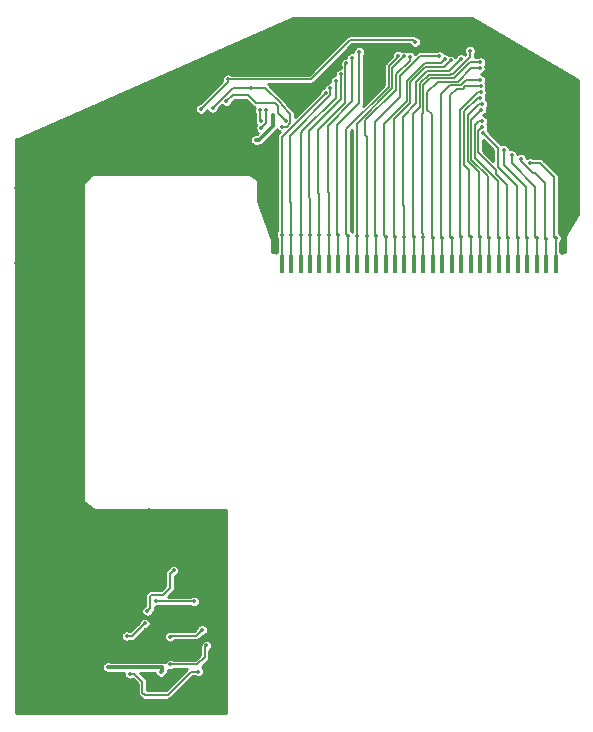
<source format=gbr>
%TF.GenerationSoftware,KiCad,Pcbnew,(5.1.6)-1*%
%TF.CreationDate,2022-01-15T22:49:59+01:00*%
%TF.ProjectId,XPS15,58505331-352e-46b6-9963-61645f706362,rev?*%
%TF.SameCoordinates,Original*%
%TF.FileFunction,Copper,L2,Bot*%
%TF.FilePolarity,Positive*%
%FSLAX46Y46*%
G04 Gerber Fmt 4.6, Leading zero omitted, Abs format (unit mm)*
G04 Created by KiCad (PCBNEW (5.1.6)-1) date 2022-01-15 22:49:59*
%MOMM*%
%LPD*%
G01*
G04 APERTURE LIST*
%TA.AperFunction,SMDPad,CuDef*%
%ADD10R,0.400000X1.600000*%
%TD*%
%TA.AperFunction,ViaPad*%
%ADD11C,0.350000*%
%TD*%
%TA.AperFunction,Conductor*%
%ADD12C,0.150000*%
%TD*%
%TA.AperFunction,Conductor*%
%ADD13C,0.300000*%
%TD*%
%TA.AperFunction,Conductor*%
%ADD14C,0.200000*%
%TD*%
%TA.AperFunction,Conductor*%
%ADD15C,0.250000*%
%TD*%
%TA.AperFunction,Conductor*%
%ADD16C,0.254000*%
%TD*%
G04 APERTURE END LIST*
D10*
%TO.P,U1,1*%
%TO.N,pin1*%
X173050000Y-93775000D03*
%TO.P,U1,2*%
%TO.N,pin2*%
X172250000Y-93775000D03*
%TO.P,U1,3*%
%TO.N,pin3*%
X171450000Y-93775000D03*
%TO.P,U1,4*%
%TO.N,pin4*%
X170650000Y-93775000D03*
%TO.P,U1,5*%
%TO.N,pin5*%
X169850000Y-93775000D03*
%TO.P,U1,6*%
%TO.N,pin6*%
X169050000Y-93775000D03*
%TO.P,U1,24*%
%TO.N,pin24*%
X154650000Y-93775000D03*
%TO.P,U1,18*%
%TO.N,pin18*%
X159450000Y-93775000D03*
%TO.P,U1,22*%
%TO.N,pin22*%
X156250000Y-93775000D03*
%TO.P,U1,15*%
%TO.N,pin15*%
X161850000Y-93775000D03*
%TO.P,U1,9*%
%TO.N,pin9*%
X166650000Y-93775000D03*
%TO.P,U1,14*%
%TO.N,pin14*%
X162650000Y-93775000D03*
%TO.P,U1,27*%
%TO.N,pin27*%
X152250000Y-93775000D03*
%TO.P,U1,16*%
%TO.N,pin16*%
X161050000Y-93775000D03*
%TO.P,U1,26*%
%TO.N,pin26*%
X153050000Y-93775000D03*
%TO.P,U1,25*%
%TO.N,pin25*%
X153850000Y-93775000D03*
%TO.P,U1,7*%
%TO.N,pin7*%
X168250000Y-93775000D03*
%TO.P,U1,23*%
%TO.N,pin23*%
X155450000Y-93775000D03*
%TO.P,U1,19*%
%TO.N,pin19*%
X158650000Y-93775000D03*
%TO.P,U1,11*%
%TO.N,pin11*%
X165050000Y-93775000D03*
%TO.P,U1,30*%
%TO.N,pin30*%
X149850000Y-93775000D03*
%TO.P,U1,20*%
%TO.N,pin20*%
X157850000Y-93775000D03*
%TO.P,U1,17*%
%TO.N,pin17*%
X160250000Y-93775000D03*
%TO.P,U1,12*%
%TO.N,pin12*%
X164250000Y-93775000D03*
%TO.P,U1,28*%
%TO.N,pin28*%
X151450000Y-93775000D03*
%TO.P,U1,8*%
%TO.N,pin8*%
X167450000Y-93775000D03*
%TO.P,U1,13*%
%TO.N,pin13*%
X163450000Y-93775000D03*
%TO.P,U1,29*%
%TO.N,pin29*%
X150650000Y-93775000D03*
%TO.P,U1,10*%
%TO.N,pin10*%
X165850000Y-93775000D03*
%TO.P,U1,21*%
%TO.N,pin21*%
X157050000Y-93775000D03*
%TD*%
D11*
%TO.N,GND*%
X151069040Y-79415640D03*
X155788360Y-87340440D03*
X155803600Y-82925920D03*
X157027880Y-77703680D03*
X146263360Y-75153520D03*
X131000000Y-114000000D03*
X133000000Y-112000000D03*
X131000000Y-111000000D03*
X133000000Y-108000000D03*
X131000000Y-107000000D03*
X133000000Y-105000000D03*
X131000000Y-104000000D03*
X133000000Y-102000000D03*
X131000000Y-101000000D03*
X133000000Y-99000000D03*
X131000000Y-98000000D03*
X133000000Y-96000000D03*
X131000000Y-95000000D03*
X133000000Y-93000000D03*
X131000000Y-92000000D03*
X133000000Y-90000000D03*
X131000000Y-88000000D03*
X133000000Y-87000000D03*
X131000000Y-85500000D03*
X135500000Y-85500000D03*
X138500000Y-85500000D03*
X141500000Y-85500000D03*
X144500000Y-85500000D03*
X147000000Y-85500000D03*
X148500000Y-85500000D03*
X149000000Y-84000000D03*
X148500000Y-89000000D03*
X164642800Y-74701400D03*
X148432520Y-75971400D03*
X149458680Y-73720960D03*
X151221440Y-76032360D03*
X152354280Y-73106280D03*
X152974040Y-74894440D03*
X150896320Y-74477880D03*
X155163520Y-73162160D03*
X158917640Y-73157080D03*
X162930840Y-73152000D03*
X165851840Y-73187560D03*
X166664640Y-75016360D03*
X168468040Y-74670920D03*
X170000000Y-76000000D03*
X172000000Y-77000000D03*
X174000000Y-78000000D03*
X174000000Y-80000000D03*
X174000000Y-83000000D03*
X174000000Y-85000000D03*
X172000000Y-84000000D03*
X172000000Y-81000000D03*
X172000000Y-79000000D03*
X170000000Y-78000000D03*
X170000000Y-80000000D03*
X170000000Y-82000000D03*
X168000000Y-81000000D03*
X168000000Y-79000000D03*
X156969460Y-79829660D03*
X128280000Y-101570000D03*
X127500000Y-98990000D03*
X128430000Y-96280000D03*
X127380000Y-93630000D03*
X128440000Y-90880000D03*
X127380000Y-87320000D03*
X128540000Y-84210000D03*
X127440000Y-83240000D03*
X130030000Y-82370000D03*
X131810000Y-81560000D03*
X133980000Y-81590000D03*
X132020000Y-83920000D03*
X133990000Y-84470000D03*
X136390000Y-83820000D03*
X137690000Y-84480000D03*
X138950000Y-83070000D03*
X140560000Y-82290000D03*
X143110000Y-79240000D03*
X143780000Y-78720000D03*
X146560000Y-80090000D03*
X147420000Y-81060000D03*
X145950000Y-80470000D03*
X142240000Y-82940000D03*
X143160000Y-84320000D03*
X144690000Y-82850000D03*
X145660000Y-84330000D03*
X146570000Y-82930000D03*
X147810000Y-84450000D03*
X149300000Y-87560000D03*
X149310000Y-86370000D03*
X148980000Y-90730000D03*
X148940000Y-78560000D03*
X173930000Y-90690000D03*
X174720000Y-88820000D03*
X173520000Y-87530000D03*
X174670000Y-85520000D03*
X167040000Y-83520000D03*
X135110000Y-80000000D03*
X136250000Y-81620000D03*
X137370000Y-79230000D03*
X138140000Y-80180000D03*
X140150000Y-78000000D03*
X143950000Y-76220000D03*
X127440000Y-103410000D03*
X128240000Y-104670000D03*
X127430000Y-105720000D03*
X128390000Y-107660000D03*
X127420000Y-109950000D03*
X128320000Y-112130000D03*
X127460000Y-116210000D03*
X127610000Y-119940000D03*
X131251960Y-119359680D03*
X130100000Y-121260000D03*
X133273800Y-121376440D03*
X131950000Y-123990000D03*
X128510000Y-123790000D03*
X130490000Y-126080000D03*
X133050000Y-126170000D03*
X128470000Y-129160000D03*
X131430000Y-127790000D03*
X130170000Y-131060000D03*
X132470000Y-130630000D03*
X131760000Y-129500000D03*
X142740000Y-128830000D03*
X142540000Y-126910000D03*
X143170000Y-125540000D03*
X143030000Y-120590000D03*
X142830000Y-114970000D03*
X142890000Y-116140000D03*
X133350000Y-114770000D03*
X144690000Y-114950000D03*
X142950000Y-131220000D03*
X144790000Y-131510000D03*
X132950000Y-117150000D03*
X131040000Y-115520000D03*
X162210000Y-74660000D03*
X167950000Y-76850000D03*
X167340000Y-75950000D03*
X151970000Y-78600000D03*
X150220000Y-79020000D03*
X150020000Y-77240000D03*
X141870000Y-80220000D03*
X130065780Y-118158260D03*
X128168400Y-126794260D03*
X133784340Y-124206000D03*
X140078460Y-126370080D03*
X135595360Y-123441460D03*
X137396220Y-123002040D03*
X138135360Y-122186700D03*
X134327900Y-120540780D03*
X132097780Y-118203980D03*
X134030720Y-117520720D03*
X130937000Y-116847620D03*
X173695360Y-92255340D03*
X149232620Y-92565220D03*
X135630920Y-114708940D03*
X137203180Y-114681000D03*
X134470140Y-115343940D03*
X136669780Y-115277900D03*
X138658600Y-114607340D03*
X139237720Y-115923060D03*
X140301980Y-114774980D03*
X140479780Y-115757960D03*
X140243560Y-118346220D03*
X143380460Y-123108720D03*
X142499080Y-123858020D03*
X142344140Y-126116080D03*
X143680180Y-128092200D03*
X142382240Y-130093720D03*
X143375380Y-129606040D03*
X139829540Y-131566920D03*
X140395960Y-130606800D03*
X140459460Y-128300480D03*
X141429740Y-131358640D03*
X143322040Y-130522980D03*
X135145780Y-131673600D03*
X127454660Y-131653280D03*
X127835660Y-130764280D03*
X133764020Y-128869440D03*
X133957060Y-130302000D03*
X131462780Y-131523740D03*
X133845300Y-131315460D03*
X134101840Y-126697740D03*
X128681480Y-125072140D03*
X130611880Y-124752100D03*
X130276600Y-123184920D03*
X127977900Y-121678700D03*
X128417320Y-115750340D03*
X127477520Y-114071400D03*
X128236980Y-113215420D03*
X139390120Y-124104400D03*
X140451840Y-122864880D03*
X140446760Y-124490480D03*
X140164820Y-123822460D03*
X132989320Y-119540020D03*
X133370320Y-118493540D03*
X130540760Y-112646460D03*
X133111240Y-123410980D03*
X134620000Y-125387100D03*
X135700000Y-116800000D03*
X137300000Y-130900000D03*
%TO.N,pin3*%
X171450000Y-91550000D03*
X169326560Y-84495640D03*
%TO.N,pin2*%
X172250000Y-91600000D03*
X170098720Y-84810600D03*
%TO.N,pin1*%
X173050000Y-91540000D03*
X170855640Y-85166200D03*
%TO.N,reset*%
X149920960Y-82118200D03*
X147279360Y-78816200D03*
X144002760Y-80533240D03*
%TO.N,VCC*%
X147660000Y-83230000D03*
X149114520Y-81155480D03*
%TO.N,SDA*%
X148082000Y-81605480D03*
X148031200Y-80700880D03*
%TO.N,SCL*%
X148531180Y-80705480D03*
X148125555Y-82214721D03*
%TO.N,pin30*%
X149850000Y-91260000D03*
X153568400Y-79253080D03*
%TO.N,pin29*%
X150640000Y-91270000D03*
X153974800Y-78853080D03*
%TO.N,pin28*%
X151460000Y-91270000D03*
X154432000Y-78226920D03*
%TO.N,pin27*%
X152240000Y-91290000D03*
X154848560Y-77673200D03*
%TO.N,pin26*%
X153050000Y-91300000D03*
X155313598Y-76758964D03*
%TO.N,pin25*%
X153850000Y-91300000D03*
X155808680Y-76311760D03*
%TO.N,pin24*%
X154650000Y-91310000D03*
X156428440Y-75755480D03*
%TO.N,pin23*%
X155450000Y-91330000D03*
X159689647Y-76091667D03*
%TO.N,pin22*%
X156250000Y-91330000D03*
X160187640Y-76159360D03*
%TO.N,pin21*%
X157050000Y-91380000D03*
X160700720Y-76184760D03*
%TO.N,pin20*%
X157860000Y-91380000D03*
X163210240Y-76118720D03*
%TO.N,pin19*%
X158650000Y-91410000D03*
X163657280Y-76387960D03*
%TO.N,pin18*%
X159450000Y-91440000D03*
X164155120Y-76504800D03*
%TO.N,pin17*%
X160250000Y-91420000D03*
X165049200Y-76382880D03*
%TO.N,pin16*%
X161050000Y-91450000D03*
X165790880Y-75661520D03*
%TO.N,pin15*%
X161860000Y-91460000D03*
X166679880Y-76636880D03*
%TO.N,pin14*%
X162650000Y-91510000D03*
X166613840Y-77175360D03*
%TO.N,pin13*%
X163460000Y-91510000D03*
X166664640Y-78165960D03*
%TO.N,pin12*%
X164250000Y-91530000D03*
X166695120Y-78689200D03*
%TO.N,pin11*%
X165050000Y-91470000D03*
X166710901Y-79188953D03*
%TO.N,pin10*%
X165850000Y-91490000D03*
X166686667Y-79688368D03*
%TO.N,pin9*%
X166650000Y-91490000D03*
X166832280Y-80182720D03*
%TO.N,pin8*%
X167450000Y-91520000D03*
X166760127Y-80677489D03*
%TO.N,pin7*%
X168250000Y-91520000D03*
X166832280Y-81640680D03*
%TO.N,pin6*%
X169050000Y-91570000D03*
X166857680Y-82148680D03*
%TO.N,pin5*%
X169870000Y-91570000D03*
X166918640Y-82671920D03*
%TO.N,pin4*%
X170650000Y-91550000D03*
X168645840Y-84053680D03*
%TO.N,INT*%
X150190200Y-81605480D03*
X145171160Y-79964280D03*
%TO.N,OE*%
X161138524Y-74928066D03*
X145318480Y-78110080D03*
X143012160Y-80599280D03*
%TO.N,+1V8*%
X140700000Y-119670000D03*
X135145860Y-127873520D03*
X139644120Y-128264920D03*
X138485880Y-123118880D03*
%TO.N,OE-NTS*%
X142448280Y-122308620D03*
X139194540Y-122245120D03*
%TO.N,SCL-C*%
X140428980Y-127640080D03*
X143489680Y-126022100D03*
%TO.N,SDA-C*%
X137005060Y-128432560D03*
X142801340Y-128244600D03*
%TO.N,reset-C*%
X136720580Y-125249940D03*
X138249660Y-124170440D03*
%TO.N,OE-C*%
X140385800Y-125290580D03*
X143121380Y-124708920D03*
%TD*%
D12*
%TO.N,pin3*%
X171450000Y-91550000D02*
X171450000Y-93775000D01*
X169326560Y-85208798D02*
X169326560Y-84495640D01*
X171343320Y-87225558D02*
X169326560Y-85208798D01*
X171343320Y-91443320D02*
X171450000Y-91550000D01*
X171343320Y-87225558D02*
X171343320Y-91443320D01*
%TO.N,pin2*%
X172262800Y-91587200D02*
X172250000Y-91600000D01*
X172250000Y-91600000D02*
X172250000Y-93775000D01*
X171302680Y-86070440D02*
X171167878Y-86070440D01*
X170098720Y-85001282D02*
X170098720Y-84810600D01*
X172143320Y-86911080D02*
X171302680Y-86070440D01*
X171167878Y-86070440D02*
X170098720Y-85001282D01*
X172143320Y-91493320D02*
X172250000Y-91600000D01*
X172143320Y-86911080D02*
X172143320Y-91493320D01*
%TO.N,pin1*%
X173050000Y-91540000D02*
X173050000Y-93775000D01*
X170855640Y-85166200D02*
X171724320Y-85166200D01*
X171724320Y-85166200D02*
X172943320Y-86385200D01*
X172943320Y-91433320D02*
X173050000Y-91540000D01*
X172943320Y-86385200D02*
X172943320Y-91433320D01*
%TO.N,reset*%
X150590201Y-81797481D02*
X150590201Y-81039921D01*
X149920960Y-82118200D02*
X150269482Y-82118200D01*
X150590201Y-81039921D02*
X149860290Y-80310010D01*
X150269482Y-82118200D02*
X150590201Y-81797481D01*
X148470718Y-78816200D02*
X147279360Y-78816200D01*
X149860290Y-80310010D02*
X149860289Y-80205771D01*
X149860289Y-80205771D02*
X148470718Y-78816200D01*
X145719800Y-78816200D02*
X147279360Y-78816200D01*
X144002760Y-80533240D02*
X145719800Y-78816200D01*
D13*
%TO.N,VCC*%
X147907487Y-83230000D02*
X149114520Y-82022967D01*
X149114520Y-82022967D02*
X149114520Y-81155480D01*
X147660000Y-83230000D02*
X147907487Y-83230000D01*
D12*
%TO.N,SDA*%
X148031200Y-80700880D02*
X148031200Y-81554680D01*
X148031200Y-81554680D02*
X148082000Y-81605480D01*
%TO.N,SCL*%
X148531180Y-80705480D02*
X148531180Y-81327860D01*
X148531180Y-81327860D02*
X148531180Y-81809096D01*
X148531180Y-81809096D02*
X148125555Y-82214721D01*
%TO.N,pin30*%
X149850000Y-91260000D02*
X149850000Y-93775000D01*
X149850000Y-82971480D02*
X149870160Y-82951320D01*
X149850000Y-91260000D02*
X149850000Y-82971480D01*
X149870160Y-82951320D02*
X153568400Y-79253080D01*
%TO.N,pin29*%
X150640000Y-93765000D02*
X150650000Y-93775000D01*
X150640000Y-91270000D02*
X150640000Y-93765000D01*
X150640000Y-89100880D02*
X150640000Y-91270000D01*
X153974800Y-79438682D02*
X150533320Y-82880162D01*
X150533320Y-82880162D02*
X150533320Y-88481120D01*
X153974800Y-78853080D02*
X153974800Y-79438682D01*
X150640000Y-88587800D02*
X150640000Y-89100880D01*
X150533320Y-88481120D02*
X150640000Y-88587800D01*
%TO.N,pin28*%
X151460000Y-93765000D02*
X151450000Y-93775000D01*
X151460000Y-91270000D02*
X151460000Y-93765000D01*
X154432000Y-79674720D02*
X154432000Y-78226920D01*
X151460000Y-82646720D02*
X151678640Y-82428080D01*
X151460000Y-91270000D02*
X151460000Y-82646720D01*
X151678640Y-82428080D02*
X154432000Y-79674720D01*
D14*
%TO.N,pin27*%
X152250000Y-91300000D02*
X152240000Y-91290000D01*
D12*
X152240000Y-93765000D02*
X152250000Y-93775000D01*
X152240000Y-91290000D02*
X152240000Y-93765000D01*
X154848560Y-79776320D02*
X154848560Y-77673200D01*
X152133320Y-82491560D02*
X154848560Y-79776320D01*
X152240000Y-88211444D02*
X152240000Y-91290000D01*
X152133320Y-88104764D02*
X152240000Y-88211444D01*
X152133320Y-82491560D02*
X152133320Y-88104764D01*
%TO.N,pin26*%
X153050000Y-91300000D02*
X153050000Y-93775000D01*
X153050000Y-91300000D02*
X153050000Y-87825722D01*
X155248561Y-80072279D02*
X155248561Y-76871879D01*
X152943320Y-82377520D02*
X155248561Y-80072279D01*
X155248561Y-76871879D02*
X155313598Y-76806842D01*
X155313598Y-76806842D02*
X155313598Y-76758964D01*
X152943320Y-87719042D02*
X153050000Y-87825722D01*
X152943320Y-82377520D02*
X152943320Y-87719042D01*
%TO.N,pin25*%
X153850000Y-91300000D02*
X153850000Y-93775000D01*
X153743320Y-82014400D02*
X155808680Y-79949040D01*
X155808680Y-79949040D02*
X155808680Y-76311760D01*
X153850000Y-91300000D02*
X153850000Y-87708400D01*
X153743320Y-87601720D02*
X153743320Y-82014400D01*
X153850000Y-87708400D02*
X153743320Y-87601720D01*
%TO.N,pin24*%
X154650000Y-91310000D02*
X154650000Y-93775000D01*
X156428440Y-75755480D02*
X156428440Y-80126840D01*
X156428440Y-80126840D02*
X154559000Y-81996280D01*
X154559000Y-91219000D02*
X154650000Y-91310000D01*
X154559000Y-81996280D02*
X154559000Y-91219000D01*
%TO.N,pin23*%
X155450000Y-91330000D02*
X155450000Y-93775000D01*
X155343320Y-82339524D02*
X158932300Y-78750544D01*
X155343320Y-91223320D02*
X155450000Y-91330000D01*
X155343320Y-82339524D02*
X155343320Y-91223320D01*
D14*
X159740600Y-76142620D02*
X159740600Y-76146768D01*
X159689647Y-76091667D02*
X159740600Y-76142620D01*
D12*
X158932300Y-78750544D02*
X158932301Y-76990421D01*
X159689647Y-76233075D02*
X159689647Y-76091667D01*
X158932301Y-76990421D02*
X159689647Y-76233075D01*
%TO.N,pin22*%
X156250000Y-91330000D02*
X156250000Y-93775000D01*
X159232310Y-78874812D02*
X159232310Y-77114690D01*
X159232310Y-77114690D02*
X160187640Y-76159360D01*
X156250000Y-91330000D02*
X156250000Y-81857122D01*
X156250000Y-81857122D02*
X159232310Y-78874812D01*
%TO.N,pin21*%
X157050000Y-91380000D02*
X157050000Y-93775000D01*
X156943320Y-81588080D02*
X159532320Y-78999080D01*
X159532320Y-78999080D02*
X159532320Y-77683360D01*
X159532320Y-77683360D02*
X160700720Y-76514960D01*
X160700720Y-76514960D02*
X160700720Y-76184760D01*
X157050000Y-82949520D02*
X157050000Y-91380000D01*
X156943320Y-82842840D02*
X157050000Y-82949520D01*
X156943320Y-81588080D02*
X156943320Y-82842840D01*
D14*
%TO.N,pin20*%
X157860000Y-91380000D02*
X157850000Y-91370000D01*
D15*
X157850000Y-93350000D02*
X157860000Y-93340000D01*
X157850000Y-93775000D02*
X157850000Y-93350000D01*
D12*
X157860000Y-93765000D02*
X157850000Y-93775000D01*
X157860000Y-91380000D02*
X157860000Y-93765000D01*
X163210240Y-76118720D02*
X161559240Y-76118720D01*
X159832330Y-77845630D02*
X159832330Y-79638870D01*
X161559240Y-76118720D02*
X159832330Y-77845630D01*
X159832330Y-79638870D02*
X157753320Y-81717880D01*
X157753320Y-91273320D02*
X157860000Y-91380000D01*
X157753320Y-81717880D02*
X157753320Y-91273320D01*
%TO.N,pin19*%
X158650000Y-93775000D02*
X158650000Y-91410000D01*
X158543320Y-81852440D02*
X160431480Y-79964280D01*
X160431480Y-79964280D02*
X160431480Y-78201520D01*
X160431480Y-78201520D02*
X161955480Y-76677520D01*
X161955480Y-76677520D02*
X163367720Y-76677520D01*
X163367720Y-76677520D02*
X163657280Y-76387960D01*
X158543320Y-91303320D02*
X158650000Y-91410000D01*
X158543320Y-81852440D02*
X158543320Y-91303320D01*
%TO.N,pin18*%
X159450000Y-93775000D02*
X159450000Y-91440000D01*
X164155120Y-76504800D02*
X163596320Y-77063600D01*
X163596320Y-77063600D02*
X161993678Y-77063600D01*
X160731490Y-78325788D02*
X160731489Y-80088549D01*
X161993678Y-77063600D02*
X160731490Y-78325788D01*
X160731489Y-80088549D02*
X159343320Y-81476718D01*
X159343320Y-91333320D02*
X159450000Y-91440000D01*
X159343320Y-81476718D02*
X159343320Y-91333320D01*
%TO.N,pin17*%
X160250000Y-93775000D02*
X160250000Y-91420000D01*
X160143320Y-88761165D02*
X160250000Y-88867845D01*
X160143320Y-81258280D02*
X160143320Y-88761165D01*
X164043360Y-77388720D02*
X162168840Y-77388720D01*
X162168840Y-77388720D02*
X161254440Y-78303120D01*
X161254440Y-78303120D02*
X161254440Y-80147160D01*
X160250000Y-88867845D02*
X160250000Y-91420000D01*
X165049200Y-76382880D02*
X164043360Y-77388720D01*
X161254440Y-80147160D02*
X160143320Y-81258280D01*
%TO.N,pin16*%
X161050000Y-91450000D02*
X161050000Y-93775000D01*
X165790880Y-76233202D02*
X164335352Y-77688730D01*
X165790880Y-75661520D02*
X165790880Y-76233202D01*
X164073840Y-77693520D02*
X162288318Y-77693520D01*
X164335352Y-77688730D02*
X164078630Y-77688730D01*
X164078630Y-77688730D02*
X164073840Y-77693520D01*
X161554450Y-78427388D02*
X161554450Y-80431350D01*
X162288318Y-77693520D02*
X161554450Y-78427388D01*
X161554450Y-80431350D02*
X160943320Y-81042480D01*
X160943320Y-91343320D02*
X161050000Y-91450000D01*
X160943320Y-81042480D02*
X160943320Y-91343320D01*
D15*
%TO.N,pin15*%
X161850000Y-91470000D02*
X161860000Y-91460000D01*
D12*
X161860000Y-93765000D02*
X161850000Y-93775000D01*
X161860000Y-91460000D02*
X161860000Y-93765000D01*
X166679880Y-76636880D02*
X165811480Y-76636880D01*
X165811480Y-76636880D02*
X164454830Y-77993530D01*
X164454830Y-77993530D02*
X162412586Y-77993530D01*
X161854460Y-80928900D02*
X161753320Y-81030040D01*
X161854460Y-78551656D02*
X161854460Y-80928900D01*
X162412586Y-77993530D02*
X161854460Y-78551656D01*
X161753320Y-81030040D02*
X161753320Y-91126080D01*
X161860000Y-91232760D02*
X161860000Y-91460000D01*
X161753320Y-91126080D02*
X161860000Y-91232760D01*
%TO.N,pin14*%
X162650000Y-91510000D02*
X162650000Y-93775000D01*
X162543320Y-81070280D02*
X162154470Y-80681430D01*
X162154470Y-80681430D02*
X162154470Y-79211570D01*
X163072500Y-78293540D02*
X164743820Y-78293540D01*
X162154470Y-79211570D02*
X163072500Y-78293540D01*
X164743820Y-78293540D02*
X165862000Y-77175360D01*
X165862000Y-77175360D02*
X166613840Y-77175360D01*
X162543320Y-91403320D02*
X162650000Y-91510000D01*
X162543320Y-81070280D02*
X162543320Y-91403320D01*
D15*
%TO.N,pin13*%
X163450000Y-91520000D02*
X163460000Y-91510000D01*
D12*
X163460000Y-93765000D02*
X163450000Y-93775000D01*
X163460000Y-91510000D02*
X163460000Y-93765000D01*
X164068760Y-78593550D02*
X165053410Y-78593550D01*
X163353320Y-79308990D02*
X164068760Y-78593550D01*
X165053410Y-78593550D02*
X165481000Y-78165960D01*
X165481000Y-78165960D02*
X166664640Y-78165960D01*
X163353320Y-91403320D02*
X163460000Y-91510000D01*
X163353320Y-79308990D02*
X163353320Y-91403320D01*
%TO.N,pin12*%
X164250000Y-91530000D02*
X164250000Y-93775000D01*
X164688520Y-78893560D02*
X165177679Y-78893559D01*
X164143320Y-79438760D02*
X164688520Y-78893560D01*
X165177679Y-78893559D02*
X165382038Y-78689200D01*
X165382038Y-78689200D02*
X166695120Y-78689200D01*
X164143320Y-91423320D02*
X164250000Y-91530000D01*
X164143320Y-79438760D02*
X164143320Y-91423320D01*
%TO.N,pin11*%
X165050000Y-91470000D02*
X165050000Y-93775000D01*
X166463414Y-79188953D02*
X166710901Y-79188953D01*
X164943320Y-80709047D02*
X166463414Y-79188953D01*
X164943320Y-91363320D02*
X165050000Y-91470000D01*
X164943320Y-80709047D02*
X164943320Y-91363320D01*
%TO.N,pin10*%
X165850000Y-91490000D02*
X165850000Y-93775000D01*
X166439180Y-79688368D02*
X166686667Y-79688368D01*
X165317280Y-85388560D02*
X165317280Y-80810268D01*
X165317280Y-80810268D02*
X166439180Y-79688368D01*
X165743320Y-85814600D02*
X165317280Y-85388560D01*
X165743320Y-91383320D02*
X165850000Y-91490000D01*
X165743320Y-85814600D02*
X165743320Y-91383320D01*
%TO.N,pin9*%
X166650000Y-91490000D02*
X166650000Y-93775000D01*
X166552880Y-80182720D02*
X166832280Y-80182720D01*
X165617290Y-81118310D02*
X166552880Y-80182720D01*
X165617290Y-85018206D02*
X165617290Y-81118310D01*
X166543320Y-85944236D02*
X165617290Y-85018206D01*
X166543320Y-91383320D02*
X166650000Y-91490000D01*
X166543320Y-85944236D02*
X166543320Y-91383320D01*
%TO.N,pin8*%
X167450000Y-91520000D02*
X167450000Y-93775000D01*
X165917300Y-81520316D02*
X166760127Y-80677489D01*
X165917300Y-84893938D02*
X165917300Y-81520316D01*
X167343320Y-86319958D02*
X165917300Y-84893938D01*
X167343320Y-91413320D02*
X167450000Y-91520000D01*
X167343320Y-86319958D02*
X167343320Y-91413320D01*
%TO.N,pin7*%
X168250000Y-91520000D02*
X168250000Y-93775000D01*
X168300000Y-91470000D02*
X168250000Y-91520000D01*
X166584793Y-81640680D02*
X166832280Y-81640680D01*
X166217310Y-84769670D02*
X166217310Y-82008163D01*
X166217310Y-82008163D02*
X166584793Y-81640680D01*
X168143320Y-86695680D02*
X166217310Y-84769670D01*
X168143320Y-91413320D02*
X168250000Y-91520000D01*
X168143320Y-86695680D02*
X168143320Y-91413320D01*
%TO.N,pin6*%
X169050000Y-91570000D02*
X169050000Y-93775000D01*
X168943320Y-87048640D02*
X168021000Y-86126320D01*
X168021000Y-85798758D02*
X166517320Y-84295078D01*
X168021000Y-86126320D02*
X168021000Y-85798758D01*
X166517320Y-82489040D02*
X166857680Y-82148680D01*
X166517320Y-84295078D02*
X166517320Y-82489040D01*
X168943320Y-91463320D02*
X169050000Y-91570000D01*
X168943320Y-87048640D02*
X168943320Y-91463320D01*
%TO.N,pin5*%
X169870000Y-93755000D02*
X169850000Y-93775000D01*
X169870000Y-91570000D02*
X169870000Y-93755000D01*
X169900000Y-91540000D02*
X169870000Y-91570000D01*
X169763320Y-87116800D02*
X168178480Y-85531960D01*
X168178480Y-83931760D02*
X166918640Y-82671920D01*
X168178480Y-85531960D02*
X168178480Y-83931760D01*
X169763320Y-91463320D02*
X169870000Y-91570000D01*
X169763320Y-87116800D02*
X169763320Y-91463320D01*
%TO.N,pin4*%
X170650000Y-91550000D02*
X170650000Y-93775000D01*
X168645840Y-84053680D02*
X168645840Y-85338920D01*
X168645840Y-85338920D02*
X170543320Y-87236400D01*
X170543320Y-91443320D02*
X170650000Y-91550000D01*
X170543320Y-87236400D02*
X170543320Y-91443320D01*
%TO.N,INT*%
X150190200Y-81605480D02*
X149560280Y-80975560D01*
X149560280Y-80975560D02*
X149560280Y-80330040D01*
X146999960Y-79425800D02*
X147675600Y-80101440D01*
X149331680Y-80101440D02*
X149560280Y-80330040D01*
X147675600Y-80101440D02*
X149331680Y-80101440D01*
X145709640Y-79425800D02*
X146999960Y-79425800D01*
X145171160Y-79964280D02*
X145709640Y-79425800D01*
%TO.N,OE*%
X160947418Y-74736960D02*
X161138524Y-74928066D01*
X155671520Y-74736960D02*
X160947418Y-74736960D01*
X145318480Y-78110080D02*
X152298400Y-78110080D01*
X152298400Y-78110080D02*
X155671520Y-74736960D01*
X145318480Y-78292960D02*
X145318480Y-78110080D01*
X143012160Y-80599280D02*
X145318480Y-78292960D01*
D13*
%TO.N,+1V8*%
X139725860Y-127873520D02*
X135145860Y-127873520D01*
D14*
X138717020Y-122887740D02*
X138485880Y-123118880D01*
X138717020Y-121851420D02*
X138717020Y-122887740D01*
X138844020Y-121724420D02*
X138717020Y-121851420D01*
X139811760Y-121724420D02*
X138844020Y-121724420D01*
X140700000Y-119670000D02*
X140365480Y-120004520D01*
X140365480Y-120004520D02*
X140365480Y-121170700D01*
X140365480Y-121170700D02*
X139811760Y-121724420D01*
D13*
X139725860Y-128183180D02*
X139644120Y-128264920D01*
X139725860Y-127873520D02*
X139725860Y-128183180D01*
D12*
%TO.N,OE-NTS*%
X142448280Y-122308620D02*
X139258040Y-122308620D01*
X139258040Y-122308620D02*
X139194540Y-122245120D01*
%TO.N,SCL-C*%
X140428980Y-127640080D02*
X142707360Y-127640080D01*
X142707360Y-127640080D02*
X143324580Y-127022860D01*
X143324580Y-127022860D02*
X143324580Y-126187200D01*
X143324580Y-126187200D02*
X143489680Y-126022100D01*
%TO.N,SDA-C*%
X137005060Y-128432560D02*
X137386060Y-128432560D01*
X137386060Y-128432560D02*
X138066780Y-129113280D01*
X138066780Y-129113280D02*
X138066780Y-130035300D01*
X138066780Y-130035300D02*
X138269980Y-130238500D01*
X138269980Y-130238500D02*
X140213080Y-130238500D01*
X140213080Y-130238500D02*
X142206980Y-128244600D01*
X142206980Y-128244600D02*
X142801340Y-128244600D01*
%TO.N,reset-C*%
X136720580Y-125249940D02*
X137170160Y-125249940D01*
X137170160Y-125249940D02*
X138249660Y-124170440D01*
%TO.N,OE-C*%
X140385800Y-125290580D02*
X140484860Y-125191520D01*
X140484860Y-125191520D02*
X142613380Y-125191520D01*
X142613380Y-125191520D02*
X143095980Y-124708920D01*
X143095980Y-124708920D02*
X143121380Y-124708920D01*
%TD*%
D16*
%TO.N,GND*%
G36*
X174948000Y-78160469D02*
G01*
X174948001Y-84482699D01*
X174948000Y-84482709D01*
X174948001Y-89499771D01*
X173913091Y-91169741D01*
X173905908Y-91178493D01*
X173894875Y-91199135D01*
X173891688Y-91204277D01*
X173886714Y-91214402D01*
X173873222Y-91239644D01*
X173871459Y-91245457D01*
X173868777Y-91250916D01*
X173861404Y-91278601D01*
X173853094Y-91305996D01*
X173852498Y-91312044D01*
X173850934Y-91317918D01*
X173849105Y-91346486D01*
X173848000Y-91357708D01*
X173848000Y-91363757D01*
X173846505Y-91387114D01*
X173848000Y-91398338D01*
X173848000Y-91842291D01*
X173848001Y-91842301D01*
X173848000Y-92713000D01*
X173717292Y-92713000D01*
X173700000Y-92711297D01*
X173682709Y-92713000D01*
X173682708Y-92713000D01*
X173630996Y-92718093D01*
X173564644Y-92738221D01*
X173504907Y-92770151D01*
X173482343Y-92742657D01*
X173452000Y-92717756D01*
X173452000Y-91841941D01*
X173494867Y-91777786D01*
X173532708Y-91686428D01*
X173552000Y-91589443D01*
X173552000Y-91490557D01*
X173532708Y-91393572D01*
X173494867Y-91302214D01*
X173439929Y-91219994D01*
X173370006Y-91150071D01*
X173345320Y-91133576D01*
X173345320Y-86404939D01*
X173347264Y-86385199D01*
X173345320Y-86365460D01*
X173345320Y-86365453D01*
X173339503Y-86306394D01*
X173316517Y-86230617D01*
X173279188Y-86160780D01*
X173228952Y-86099568D01*
X173213611Y-86086978D01*
X172022543Y-84895910D01*
X172009952Y-84880568D01*
X171948740Y-84830332D01*
X171878903Y-84793003D01*
X171803126Y-84770017D01*
X171744067Y-84764200D01*
X171744059Y-84764200D01*
X171724320Y-84762256D01*
X171704581Y-84764200D01*
X171157581Y-84764200D01*
X171093426Y-84721333D01*
X171002068Y-84683492D01*
X170905083Y-84664200D01*
X170806197Y-84664200D01*
X170709212Y-84683492D01*
X170617854Y-84721333D01*
X170595738Y-84736111D01*
X170581428Y-84664172D01*
X170543587Y-84572814D01*
X170488649Y-84490594D01*
X170418726Y-84420671D01*
X170336506Y-84365733D01*
X170245148Y-84327892D01*
X170148163Y-84308600D01*
X170049277Y-84308600D01*
X169952292Y-84327892D01*
X169860934Y-84365733D01*
X169818230Y-84394267D01*
X169809268Y-84349212D01*
X169771427Y-84257854D01*
X169716489Y-84175634D01*
X169646566Y-84105711D01*
X169564346Y-84050773D01*
X169472988Y-84012932D01*
X169376003Y-83993640D01*
X169277117Y-83993640D01*
X169180132Y-84012932D01*
X169147840Y-84026308D01*
X169147840Y-84004237D01*
X169128548Y-83907252D01*
X169090707Y-83815894D01*
X169035769Y-83733674D01*
X168965846Y-83663751D01*
X168883626Y-83608813D01*
X168792268Y-83570972D01*
X168695283Y-83551680D01*
X168596397Y-83551680D01*
X168499412Y-83570972D01*
X168419363Y-83604129D01*
X167416401Y-82601168D01*
X167401348Y-82525492D01*
X167363507Y-82434134D01*
X167313686Y-82359573D01*
X167340388Y-82295108D01*
X167359680Y-82198123D01*
X167359680Y-82099237D01*
X167340388Y-82002252D01*
X167302547Y-81910894D01*
X167278575Y-81875018D01*
X167314988Y-81787108D01*
X167334280Y-81690123D01*
X167334280Y-81591237D01*
X167314988Y-81494252D01*
X167277147Y-81402894D01*
X167222209Y-81320674D01*
X167152286Y-81250751D01*
X167070066Y-81195813D01*
X166978708Y-81157972D01*
X166933593Y-81148998D01*
X166997913Y-81122356D01*
X167080133Y-81067418D01*
X167150056Y-80997495D01*
X167204994Y-80915275D01*
X167242835Y-80823917D01*
X167262127Y-80726932D01*
X167262127Y-80628046D01*
X167242835Y-80531061D01*
X167227697Y-80494513D01*
X167277147Y-80420506D01*
X167314988Y-80329148D01*
X167334280Y-80232163D01*
X167334280Y-80133277D01*
X167314988Y-80036292D01*
X167277147Y-79944934D01*
X167222209Y-79862714D01*
X167173509Y-79814014D01*
X167188667Y-79737811D01*
X167188667Y-79638925D01*
X167169375Y-79541940D01*
X167134711Y-79458253D01*
X167155768Y-79426739D01*
X167193609Y-79335381D01*
X167212901Y-79238396D01*
X167212901Y-79139510D01*
X167193609Y-79042525D01*
X167155768Y-78951167D01*
X167139799Y-78927268D01*
X167139987Y-78926986D01*
X167177828Y-78835628D01*
X167197120Y-78738643D01*
X167197120Y-78639757D01*
X167177828Y-78542772D01*
X167139987Y-78451414D01*
X167108822Y-78404772D01*
X167109507Y-78403746D01*
X167147348Y-78312388D01*
X167166640Y-78215403D01*
X167166640Y-78116517D01*
X167147348Y-78019532D01*
X167109507Y-77928174D01*
X167054569Y-77845954D01*
X166984646Y-77776031D01*
X166902426Y-77721093D01*
X166811068Y-77683252D01*
X166722365Y-77665607D01*
X166760268Y-77658068D01*
X166851626Y-77620227D01*
X166933846Y-77565289D01*
X167003769Y-77495366D01*
X167058707Y-77413146D01*
X167096548Y-77321788D01*
X167115840Y-77224803D01*
X167115840Y-77125917D01*
X167096548Y-77028932D01*
X167067615Y-76959080D01*
X167069809Y-76956886D01*
X167124747Y-76874666D01*
X167162588Y-76783308D01*
X167181880Y-76686323D01*
X167181880Y-76587437D01*
X167162588Y-76490452D01*
X167124747Y-76399094D01*
X167069809Y-76316874D01*
X166999886Y-76246951D01*
X166917666Y-76192013D01*
X166826308Y-76154172D01*
X166729323Y-76134880D01*
X166630437Y-76134880D01*
X166533452Y-76154172D01*
X166442094Y-76192013D01*
X166377939Y-76234880D01*
X166194659Y-76234880D01*
X166194824Y-76233203D01*
X166192880Y-76213463D01*
X166192880Y-75963461D01*
X166235747Y-75899306D01*
X166273588Y-75807948D01*
X166292880Y-75710963D01*
X166292880Y-75612077D01*
X166273588Y-75515092D01*
X166235747Y-75423734D01*
X166180809Y-75341514D01*
X166110886Y-75271591D01*
X166028666Y-75216653D01*
X165937308Y-75178812D01*
X165840323Y-75159520D01*
X165741437Y-75159520D01*
X165644452Y-75178812D01*
X165553094Y-75216653D01*
X165470874Y-75271591D01*
X165400951Y-75341514D01*
X165346013Y-75423734D01*
X165308172Y-75515092D01*
X165288880Y-75612077D01*
X165288880Y-75710963D01*
X165308172Y-75807948D01*
X165346013Y-75899306D01*
X165388881Y-75963461D01*
X165388881Y-76012626D01*
X165369206Y-75992951D01*
X165286986Y-75938013D01*
X165195628Y-75900172D01*
X165098643Y-75880880D01*
X164999757Y-75880880D01*
X164902772Y-75900172D01*
X164811414Y-75938013D01*
X164729194Y-75992951D01*
X164659271Y-76062874D01*
X164604333Y-76145094D01*
X164571495Y-76224373D01*
X164545049Y-76184794D01*
X164475126Y-76114871D01*
X164392906Y-76059933D01*
X164301548Y-76022092D01*
X164204563Y-76002800D01*
X164105677Y-76002800D01*
X164008692Y-76022092D01*
X164003498Y-76024243D01*
X163977286Y-75998031D01*
X163895066Y-75943093D01*
X163803708Y-75905252D01*
X163706723Y-75885960D01*
X163657189Y-75885960D01*
X163655107Y-75880934D01*
X163600169Y-75798714D01*
X163530246Y-75728791D01*
X163448026Y-75673853D01*
X163356668Y-75636012D01*
X163259683Y-75616720D01*
X163160797Y-75616720D01*
X163063812Y-75636012D01*
X162972454Y-75673853D01*
X162908299Y-75716720D01*
X161578979Y-75716720D01*
X161559240Y-75714776D01*
X161539500Y-75716720D01*
X161539493Y-75716720D01*
X161480434Y-75722537D01*
X161404656Y-75745523D01*
X161349699Y-75774899D01*
X161334820Y-75782852D01*
X161273608Y-75833088D01*
X161261021Y-75848425D01*
X161150532Y-75958914D01*
X161145587Y-75946974D01*
X161090649Y-75864754D01*
X161020726Y-75794831D01*
X160938506Y-75739893D01*
X160847148Y-75702052D01*
X160750163Y-75682760D01*
X160651277Y-75682760D01*
X160554292Y-75702052D01*
X160463246Y-75739764D01*
X160425426Y-75714493D01*
X160334068Y-75676652D01*
X160237083Y-75657360D01*
X160138197Y-75657360D01*
X160041212Y-75676652D01*
X159998553Y-75694321D01*
X159927433Y-75646800D01*
X159836075Y-75608959D01*
X159739090Y-75589667D01*
X159640204Y-75589667D01*
X159543219Y-75608959D01*
X159451861Y-75646800D01*
X159369641Y-75701738D01*
X159299718Y-75771661D01*
X159244780Y-75853881D01*
X159206939Y-75945239D01*
X159187647Y-76042224D01*
X159187647Y-76141110D01*
X159191870Y-76162339D01*
X158662006Y-76692203D01*
X158646670Y-76704789D01*
X158634084Y-76720125D01*
X158634081Y-76720128D01*
X158626620Y-76729220D01*
X158596434Y-76766001D01*
X158570906Y-76813760D01*
X158559105Y-76835838D01*
X158536118Y-76911616D01*
X158528357Y-76990421D01*
X158530302Y-77010170D01*
X158530300Y-78584030D01*
X156765729Y-80348602D01*
X156801637Y-80281423D01*
X156824623Y-80205646D01*
X156830440Y-80146587D01*
X156830440Y-80146580D01*
X156832384Y-80126841D01*
X156830440Y-80107101D01*
X156830440Y-76057421D01*
X156873307Y-75993266D01*
X156911148Y-75901908D01*
X156930440Y-75804923D01*
X156930440Y-75706037D01*
X156911148Y-75609052D01*
X156873307Y-75517694D01*
X156818369Y-75435474D01*
X156748446Y-75365551D01*
X156666226Y-75310613D01*
X156574868Y-75272772D01*
X156477883Y-75253480D01*
X156378997Y-75253480D01*
X156282012Y-75272772D01*
X156190654Y-75310613D01*
X156108434Y-75365551D01*
X156038511Y-75435474D01*
X155983573Y-75517694D01*
X155945732Y-75609052D01*
X155926440Y-75706037D01*
X155926440Y-75804923D01*
X155930256Y-75824109D01*
X155858123Y-75809760D01*
X155759237Y-75809760D01*
X155662252Y-75829052D01*
X155570894Y-75866893D01*
X155488674Y-75921831D01*
X155418751Y-75991754D01*
X155363813Y-76073974D01*
X155325972Y-76165332D01*
X155307745Y-76256964D01*
X155264155Y-76256964D01*
X155167170Y-76276256D01*
X155075812Y-76314097D01*
X154993592Y-76369035D01*
X154923669Y-76438958D01*
X154868731Y-76521178D01*
X154830890Y-76612536D01*
X154811598Y-76709521D01*
X154811598Y-76808407D01*
X154830890Y-76905392D01*
X154846562Y-76943228D01*
X154846562Y-77171200D01*
X154799117Y-77171200D01*
X154702132Y-77190492D01*
X154610774Y-77228333D01*
X154528554Y-77283271D01*
X154458631Y-77353194D01*
X154403693Y-77435414D01*
X154365852Y-77526772D01*
X154346560Y-77623757D01*
X154346560Y-77722643D01*
X154348366Y-77731721D01*
X154285572Y-77744212D01*
X154194214Y-77782053D01*
X154111994Y-77836991D01*
X154042071Y-77906914D01*
X153987133Y-77989134D01*
X153949292Y-78080492D01*
X153930000Y-78177477D01*
X153930000Y-78276363D01*
X153944863Y-78351080D01*
X153925357Y-78351080D01*
X153828372Y-78370372D01*
X153737014Y-78408213D01*
X153654794Y-78463151D01*
X153584871Y-78533074D01*
X153529933Y-78615294D01*
X153492092Y-78706652D01*
X153481784Y-78758474D01*
X153421972Y-78770372D01*
X153330614Y-78808213D01*
X153248394Y-78863151D01*
X153178471Y-78933074D01*
X153123533Y-79015294D01*
X153085692Y-79106652D01*
X153070639Y-79182327D01*
X150992201Y-81260766D01*
X150992201Y-81059660D01*
X150994145Y-81039920D01*
X150992201Y-81020181D01*
X150992201Y-81020174D01*
X150986384Y-80961115D01*
X150963398Y-80885338D01*
X150926069Y-80815501D01*
X150875833Y-80754289D01*
X150860496Y-80741702D01*
X150257642Y-80138849D01*
X150256472Y-80126965D01*
X150233485Y-80051187D01*
X150196156Y-79981351D01*
X150158509Y-79935477D01*
X150158501Y-79935469D01*
X150145918Y-79920137D01*
X150130588Y-79907556D01*
X148768941Y-78545910D01*
X148756350Y-78530568D01*
X148733823Y-78512080D01*
X152278661Y-78512080D01*
X152298400Y-78514024D01*
X152318139Y-78512080D01*
X152318147Y-78512080D01*
X152377206Y-78506263D01*
X152452983Y-78483277D01*
X152522820Y-78445948D01*
X152584032Y-78395712D01*
X152596623Y-78380370D01*
X155838034Y-75138960D01*
X160682518Y-75138960D01*
X160693657Y-75165852D01*
X160748595Y-75248072D01*
X160818518Y-75317995D01*
X160900738Y-75372933D01*
X160992096Y-75410774D01*
X161089081Y-75430066D01*
X161187967Y-75430066D01*
X161284952Y-75410774D01*
X161376310Y-75372933D01*
X161458530Y-75317995D01*
X161528453Y-75248072D01*
X161583391Y-75165852D01*
X161621232Y-75074494D01*
X161640524Y-74977509D01*
X161640524Y-74878623D01*
X161621232Y-74781638D01*
X161583391Y-74690280D01*
X161528453Y-74608060D01*
X161458530Y-74538137D01*
X161376310Y-74483199D01*
X161284952Y-74445358D01*
X161206844Y-74429821D01*
X161171838Y-74401092D01*
X161102001Y-74363763D01*
X161026224Y-74340777D01*
X160967165Y-74334960D01*
X160967157Y-74334960D01*
X160947418Y-74333016D01*
X160927679Y-74334960D01*
X155691259Y-74334960D01*
X155671519Y-74333016D01*
X155651780Y-74334960D01*
X155651773Y-74334960D01*
X155592714Y-74340777D01*
X155516937Y-74363763D01*
X155447100Y-74401092D01*
X155385888Y-74451328D01*
X155373302Y-74466665D01*
X152131887Y-77708080D01*
X145620421Y-77708080D01*
X145556266Y-77665213D01*
X145464908Y-77627372D01*
X145367923Y-77608080D01*
X145269037Y-77608080D01*
X145172052Y-77627372D01*
X145080694Y-77665213D01*
X144998474Y-77720151D01*
X144928551Y-77790074D01*
X144873613Y-77872294D01*
X144835772Y-77963652D01*
X144816480Y-78060637D01*
X144816480Y-78159523D01*
X144827583Y-78215343D01*
X142941408Y-80101519D01*
X142865732Y-80116572D01*
X142774374Y-80154413D01*
X142692154Y-80209351D01*
X142622231Y-80279274D01*
X142567293Y-80361494D01*
X142529452Y-80452852D01*
X142510160Y-80549837D01*
X142510160Y-80648723D01*
X142529452Y-80745708D01*
X142567293Y-80837066D01*
X142622231Y-80919286D01*
X142692154Y-80989209D01*
X142774374Y-81044147D01*
X142865732Y-81081988D01*
X142962717Y-81101280D01*
X143061603Y-81101280D01*
X143158588Y-81081988D01*
X143249946Y-81044147D01*
X143332166Y-80989209D01*
X143402089Y-80919286D01*
X143457027Y-80837066D01*
X143494868Y-80745708D01*
X143509921Y-80670032D01*
X143516772Y-80663181D01*
X143520052Y-80679668D01*
X143557893Y-80771026D01*
X143612831Y-80853246D01*
X143682754Y-80923169D01*
X143764974Y-80978107D01*
X143856332Y-81015948D01*
X143953317Y-81035240D01*
X144052203Y-81035240D01*
X144149188Y-81015948D01*
X144240546Y-80978107D01*
X144322766Y-80923169D01*
X144392689Y-80853246D01*
X144447627Y-80771026D01*
X144485468Y-80679668D01*
X144500521Y-80603992D01*
X144800729Y-80303784D01*
X144851154Y-80354209D01*
X144933374Y-80409147D01*
X145024732Y-80446988D01*
X145121717Y-80466280D01*
X145220603Y-80466280D01*
X145317588Y-80446988D01*
X145408946Y-80409147D01*
X145491166Y-80354209D01*
X145561089Y-80284286D01*
X145616027Y-80202066D01*
X145653868Y-80110708D01*
X145668921Y-80035032D01*
X145876154Y-79827800D01*
X146833447Y-79827800D01*
X147377377Y-80371730D01*
X147389968Y-80387072D01*
X147451180Y-80437308D01*
X147521017Y-80474637D01*
X147574795Y-80490950D01*
X147548492Y-80554452D01*
X147529200Y-80651437D01*
X147529200Y-80750323D01*
X147548492Y-80847308D01*
X147586333Y-80938666D01*
X147629200Y-81002821D01*
X147629201Y-81386844D01*
X147599292Y-81459052D01*
X147580000Y-81556037D01*
X147580000Y-81654923D01*
X147599292Y-81751908D01*
X147637133Y-81843266D01*
X147692071Y-81925486D01*
X147705855Y-81939270D01*
X147680688Y-81976935D01*
X147642847Y-82068293D01*
X147623555Y-82165278D01*
X147623555Y-82264164D01*
X147642847Y-82361149D01*
X147680688Y-82452507D01*
X147735626Y-82534727D01*
X147805549Y-82604650D01*
X147837146Y-82625762D01*
X147730683Y-82732225D01*
X147709443Y-82728000D01*
X147610557Y-82728000D01*
X147513572Y-82747292D01*
X147422214Y-82785133D01*
X147339994Y-82840071D01*
X147270071Y-82909994D01*
X147215133Y-82992214D01*
X147177292Y-83083572D01*
X147158000Y-83180557D01*
X147158000Y-83279443D01*
X147177292Y-83376428D01*
X147215133Y-83467786D01*
X147270071Y-83550006D01*
X147339994Y-83619929D01*
X147422214Y-83674867D01*
X147513572Y-83712708D01*
X147610557Y-83732000D01*
X147709443Y-83732000D01*
X147806428Y-83712708D01*
X147820209Y-83707000D01*
X147884072Y-83707000D01*
X147907487Y-83709306D01*
X147930902Y-83707000D01*
X147930910Y-83707000D01*
X148000995Y-83700097D01*
X148090910Y-83672822D01*
X148173776Y-83628529D01*
X148246408Y-83568921D01*
X148261342Y-83550724D01*
X149435249Y-82376818D01*
X149453441Y-82361888D01*
X149470120Y-82341565D01*
X149476093Y-82355986D01*
X149531031Y-82438206D01*
X149600954Y-82508129D01*
X149683174Y-82563067D01*
X149687930Y-82565037D01*
X149579705Y-82673262D01*
X149564369Y-82685848D01*
X149551783Y-82701184D01*
X149551780Y-82701187D01*
X149542315Y-82712720D01*
X149514133Y-82747060D01*
X149487580Y-82796737D01*
X149476804Y-82816897D01*
X149453817Y-82892675D01*
X149446056Y-82971480D01*
X149448001Y-82991229D01*
X149448000Y-90958059D01*
X149405133Y-91022214D01*
X149367292Y-91113572D01*
X149348000Y-91210557D01*
X149348000Y-91309443D01*
X149367292Y-91406428D01*
X149405133Y-91497786D01*
X149448000Y-91561941D01*
X149448001Y-92717755D01*
X149417657Y-92742657D01*
X149392438Y-92773387D01*
X149345356Y-92748221D01*
X149279004Y-92728093D01*
X149227292Y-92723000D01*
X149210000Y-92721297D01*
X149192709Y-92723000D01*
X149052000Y-92723000D01*
X149052000Y-91860644D01*
X149053307Y-91851724D01*
X149052000Y-91826055D01*
X149052000Y-91817708D01*
X149051120Y-91808773D01*
X149049781Y-91782476D01*
X149047730Y-91774348D01*
X149046907Y-91765996D01*
X149039255Y-91740772D01*
X149037065Y-91732094D01*
X149034247Y-91724262D01*
X149026779Y-91699644D01*
X149022525Y-91691686D01*
X147852000Y-88438601D01*
X147852000Y-86829648D01*
X147852428Y-86797358D01*
X147848840Y-86777981D01*
X147846907Y-86758356D01*
X147842540Y-86743960D01*
X147839803Y-86729180D01*
X147832503Y-86710874D01*
X147826779Y-86692004D01*
X147819690Y-86678742D01*
X147814120Y-86664773D01*
X147803385Y-86648237D01*
X147794093Y-86630853D01*
X147784552Y-86619227D01*
X147776365Y-86606616D01*
X147762614Y-86592495D01*
X147750106Y-86577254D01*
X147725137Y-86556762D01*
X147363322Y-86251716D01*
X147361826Y-86249894D01*
X147336795Y-86229351D01*
X147325392Y-86219738D01*
X147323471Y-86218417D01*
X147308227Y-86205907D01*
X147294962Y-86198817D01*
X147282573Y-86190299D01*
X147264465Y-86182516D01*
X147247076Y-86173221D01*
X147232683Y-86168855D01*
X147218871Y-86162918D01*
X147199595Y-86158818D01*
X147180724Y-86153093D01*
X147165752Y-86151618D01*
X147151050Y-86148491D01*
X147131345Y-86148230D01*
X147129012Y-86148000D01*
X147114008Y-86148000D01*
X147081719Y-86147572D01*
X147079408Y-86148000D01*
X133901855Y-86148000D01*
X133875519Y-86146757D01*
X133850122Y-86150575D01*
X133824556Y-86153093D01*
X133815894Y-86155721D01*
X133806952Y-86157065D01*
X133782797Y-86165761D01*
X133758204Y-86173221D01*
X133750222Y-86177487D01*
X133741712Y-86180551D01*
X133719704Y-86193800D01*
X133697053Y-86205907D01*
X133690063Y-86211644D01*
X133682308Y-86216312D01*
X133663309Y-86233600D01*
X133643454Y-86249894D01*
X133626721Y-86270283D01*
X133157158Y-86790390D01*
X133150694Y-86795695D01*
X133133966Y-86816078D01*
X133127940Y-86822753D01*
X133123001Y-86829440D01*
X133106707Y-86849294D01*
X133102444Y-86857270D01*
X133097067Y-86864549D01*
X133086127Y-86887797D01*
X133074021Y-86910445D01*
X133071395Y-86919101D01*
X133067543Y-86927287D01*
X133061352Y-86952208D01*
X133053893Y-86976797D01*
X133053006Y-86985805D01*
X133050826Y-86994580D01*
X133049616Y-87020223D01*
X133048800Y-87028509D01*
X133048800Y-87037518D01*
X133047558Y-87063840D01*
X133048800Y-87072102D01*
X133048801Y-113668194D01*
X133047235Y-113680556D01*
X133048801Y-113702788D01*
X133048801Y-113707692D01*
X133050014Y-113720009D01*
X133052107Y-113749721D01*
X133053410Y-113754490D01*
X133053894Y-113759404D01*
X133062534Y-113787887D01*
X133070381Y-113816607D01*
X133072587Y-113821026D01*
X133074022Y-113825756D01*
X133088060Y-113852018D01*
X133101352Y-113878644D01*
X133104378Y-113882548D01*
X133106708Y-113886907D01*
X133125596Y-113909922D01*
X133143830Y-113933447D01*
X133147560Y-113936686D01*
X133150695Y-113940506D01*
X133173700Y-113959385D01*
X133183064Y-113967517D01*
X133187073Y-113970360D01*
X133204294Y-113984493D01*
X133215280Y-113990365D01*
X133903207Y-114478256D01*
X133920274Y-114492292D01*
X133946652Y-114506425D01*
X133972680Y-114521284D01*
X133977200Y-114522794D01*
X133981392Y-114525040D01*
X134010028Y-114533759D01*
X134038446Y-114543251D01*
X134043168Y-114543849D01*
X134047723Y-114545236D01*
X134077545Y-114548204D01*
X134107235Y-114551965D01*
X134129276Y-114550412D01*
X145148000Y-114561641D01*
X145148001Y-131757715D01*
X133217444Y-131748015D01*
X133217292Y-131748000D01*
X133198985Y-131748000D01*
X133182995Y-131747987D01*
X133182862Y-131748000D01*
X127352000Y-131748000D01*
X127352000Y-127824077D01*
X134643860Y-127824077D01*
X134643860Y-127922963D01*
X134663152Y-128019948D01*
X134700993Y-128111306D01*
X134755931Y-128193526D01*
X134825854Y-128263449D01*
X134908074Y-128318387D01*
X134999432Y-128356228D01*
X135096417Y-128375520D01*
X135195303Y-128375520D01*
X135292288Y-128356228D01*
X135306069Y-128350520D01*
X136509544Y-128350520D01*
X136503060Y-128383117D01*
X136503060Y-128482003D01*
X136522352Y-128578988D01*
X136560193Y-128670346D01*
X136615131Y-128752566D01*
X136685054Y-128822489D01*
X136767274Y-128877427D01*
X136858632Y-128915268D01*
X136955617Y-128934560D01*
X137054503Y-128934560D01*
X137151488Y-128915268D01*
X137242846Y-128877427D01*
X137254576Y-128869589D01*
X137664780Y-129279794D01*
X137664781Y-130015551D01*
X137662836Y-130035300D01*
X137670597Y-130114105D01*
X137684427Y-130159695D01*
X137693584Y-130189883D01*
X137730913Y-130259720D01*
X137781149Y-130320932D01*
X137796485Y-130333518D01*
X137971757Y-130508790D01*
X137984348Y-130524132D01*
X138045560Y-130574368D01*
X138115397Y-130611697D01*
X138191174Y-130634683D01*
X138250233Y-130640500D01*
X138250240Y-130640500D01*
X138269979Y-130642444D01*
X138289719Y-130640500D01*
X140193341Y-130640500D01*
X140213080Y-130642444D01*
X140232819Y-130640500D01*
X140232827Y-130640500D01*
X140291886Y-130634683D01*
X140367663Y-130611697D01*
X140437500Y-130574368D01*
X140498712Y-130524132D01*
X140511303Y-130508790D01*
X142373493Y-128646600D01*
X142499399Y-128646600D01*
X142563554Y-128689467D01*
X142654912Y-128727308D01*
X142751897Y-128746600D01*
X142850783Y-128746600D01*
X142947768Y-128727308D01*
X143039126Y-128689467D01*
X143121346Y-128634529D01*
X143191269Y-128564606D01*
X143246207Y-128482386D01*
X143284048Y-128391028D01*
X143303340Y-128294043D01*
X143303340Y-128195157D01*
X143284048Y-128098172D01*
X143246207Y-128006814D01*
X143191269Y-127924594D01*
X143121346Y-127854671D01*
X143085340Y-127830613D01*
X143594876Y-127321078D01*
X143610212Y-127308492D01*
X143660448Y-127247280D01*
X143697777Y-127177443D01*
X143720763Y-127101666D01*
X143726580Y-127042607D01*
X143726580Y-127042600D01*
X143728524Y-127022860D01*
X143726580Y-127003121D01*
X143726580Y-126467334D01*
X143727466Y-126466967D01*
X143809686Y-126412029D01*
X143879609Y-126342106D01*
X143934547Y-126259886D01*
X143972388Y-126168528D01*
X143991680Y-126071543D01*
X143991680Y-125972657D01*
X143972388Y-125875672D01*
X143934547Y-125784314D01*
X143879609Y-125702094D01*
X143809686Y-125632171D01*
X143727466Y-125577233D01*
X143636108Y-125539392D01*
X143539123Y-125520100D01*
X143440237Y-125520100D01*
X143343252Y-125539392D01*
X143251894Y-125577233D01*
X143169674Y-125632171D01*
X143099751Y-125702094D01*
X143044813Y-125784314D01*
X143006972Y-125875672D01*
X142989943Y-125961282D01*
X142988713Y-125962780D01*
X142983434Y-125972657D01*
X142951384Y-126032617D01*
X142928397Y-126108395D01*
X142920636Y-126187200D01*
X142922581Y-126206949D01*
X142922580Y-126856346D01*
X142540847Y-127238080D01*
X140730921Y-127238080D01*
X140666766Y-127195213D01*
X140575408Y-127157372D01*
X140478423Y-127138080D01*
X140379537Y-127138080D01*
X140282552Y-127157372D01*
X140191194Y-127195213D01*
X140108974Y-127250151D01*
X140039051Y-127320074D01*
X139984113Y-127402294D01*
X139960916Y-127458297D01*
X139909283Y-127430698D01*
X139819368Y-127403423D01*
X139749283Y-127396520D01*
X139749282Y-127396520D01*
X139725860Y-127394213D01*
X139702437Y-127396520D01*
X135306069Y-127396520D01*
X135292288Y-127390812D01*
X135195303Y-127371520D01*
X135096417Y-127371520D01*
X134999432Y-127390812D01*
X134908074Y-127428653D01*
X134825854Y-127483591D01*
X134755931Y-127553514D01*
X134700993Y-127635734D01*
X134663152Y-127727092D01*
X134643860Y-127824077D01*
X127352000Y-127824077D01*
X127352000Y-125200497D01*
X136218580Y-125200497D01*
X136218580Y-125299383D01*
X136237872Y-125396368D01*
X136275713Y-125487726D01*
X136330651Y-125569946D01*
X136400574Y-125639869D01*
X136482794Y-125694807D01*
X136574152Y-125732648D01*
X136671137Y-125751940D01*
X136770023Y-125751940D01*
X136867008Y-125732648D01*
X136958366Y-125694807D01*
X137022521Y-125651940D01*
X137150421Y-125651940D01*
X137170160Y-125653884D01*
X137189899Y-125651940D01*
X137189907Y-125651940D01*
X137248966Y-125646123D01*
X137324743Y-125623137D01*
X137394580Y-125585808D01*
X137455792Y-125535572D01*
X137468383Y-125520230D01*
X137747476Y-125241137D01*
X139883800Y-125241137D01*
X139883800Y-125340023D01*
X139903092Y-125437008D01*
X139940933Y-125528366D01*
X139995871Y-125610586D01*
X140065794Y-125680509D01*
X140148014Y-125735447D01*
X140239372Y-125773288D01*
X140336357Y-125792580D01*
X140435243Y-125792580D01*
X140532228Y-125773288D01*
X140623586Y-125735447D01*
X140705806Y-125680509D01*
X140775729Y-125610586D01*
X140787132Y-125593520D01*
X142593641Y-125593520D01*
X142613380Y-125595464D01*
X142633119Y-125593520D01*
X142633127Y-125593520D01*
X142692186Y-125587703D01*
X142767963Y-125564717D01*
X142837800Y-125527388D01*
X142899012Y-125477152D01*
X142911603Y-125461810D01*
X143162494Y-125210920D01*
X143170823Y-125210920D01*
X143267808Y-125191628D01*
X143359166Y-125153787D01*
X143441386Y-125098849D01*
X143511309Y-125028926D01*
X143566247Y-124946706D01*
X143604088Y-124855348D01*
X143623380Y-124758363D01*
X143623380Y-124659477D01*
X143604088Y-124562492D01*
X143566247Y-124471134D01*
X143511309Y-124388914D01*
X143441386Y-124318991D01*
X143359166Y-124264053D01*
X143267808Y-124226212D01*
X143170823Y-124206920D01*
X143071937Y-124206920D01*
X142974952Y-124226212D01*
X142883594Y-124264053D01*
X142801374Y-124318991D01*
X142731451Y-124388914D01*
X142676513Y-124471134D01*
X142638672Y-124562492D01*
X142629926Y-124606460D01*
X142446867Y-124789520D01*
X140504599Y-124789520D01*
X140484860Y-124787576D01*
X140465120Y-124789520D01*
X140465113Y-124789520D01*
X140448296Y-124791176D01*
X140435243Y-124788580D01*
X140336357Y-124788580D01*
X140239372Y-124807872D01*
X140148014Y-124845713D01*
X140065794Y-124900651D01*
X139995871Y-124970574D01*
X139940933Y-125052794D01*
X139903092Y-125144152D01*
X139883800Y-125241137D01*
X137747476Y-125241137D01*
X138320413Y-124668201D01*
X138396088Y-124653148D01*
X138487446Y-124615307D01*
X138569666Y-124560369D01*
X138639589Y-124490446D01*
X138694527Y-124408226D01*
X138732368Y-124316868D01*
X138751660Y-124219883D01*
X138751660Y-124120997D01*
X138732368Y-124024012D01*
X138694527Y-123932654D01*
X138639589Y-123850434D01*
X138569666Y-123780511D01*
X138487446Y-123725573D01*
X138396088Y-123687732D01*
X138299103Y-123668440D01*
X138200217Y-123668440D01*
X138103232Y-123687732D01*
X138011874Y-123725573D01*
X137929654Y-123780511D01*
X137859731Y-123850434D01*
X137804793Y-123932654D01*
X137766952Y-124024012D01*
X137751899Y-124099687D01*
X137011207Y-124840380D01*
X136958366Y-124805073D01*
X136867008Y-124767232D01*
X136770023Y-124747940D01*
X136671137Y-124747940D01*
X136574152Y-124767232D01*
X136482794Y-124805073D01*
X136400574Y-124860011D01*
X136330651Y-124929934D01*
X136275713Y-125012154D01*
X136237872Y-125103512D01*
X136218580Y-125200497D01*
X127352000Y-125200497D01*
X127352000Y-123069437D01*
X137983880Y-123069437D01*
X137983880Y-123168323D01*
X138003172Y-123265308D01*
X138041013Y-123356666D01*
X138095951Y-123438886D01*
X138165874Y-123508809D01*
X138248094Y-123563747D01*
X138339452Y-123601588D01*
X138436437Y-123620880D01*
X138535323Y-123620880D01*
X138632308Y-123601588D01*
X138723666Y-123563747D01*
X138805886Y-123508809D01*
X138875809Y-123438886D01*
X138930747Y-123356666D01*
X138968588Y-123265308D01*
X138974862Y-123233767D01*
X139004125Y-123204504D01*
X139020415Y-123191135D01*
X139033784Y-123174845D01*
X139033788Y-123174841D01*
X139073775Y-123126116D01*
X139077643Y-123118880D01*
X139113425Y-123051936D01*
X139137842Y-122971447D01*
X139144020Y-122908718D01*
X139144020Y-122908706D01*
X139146085Y-122887741D01*
X139144020Y-122866776D01*
X139144020Y-122746906D01*
X139145097Y-122747120D01*
X139243983Y-122747120D01*
X139340968Y-122727828D01*
X139382513Y-122710620D01*
X142146339Y-122710620D01*
X142210494Y-122753487D01*
X142301852Y-122791328D01*
X142398837Y-122810620D01*
X142497723Y-122810620D01*
X142594708Y-122791328D01*
X142686066Y-122753487D01*
X142768286Y-122698549D01*
X142838209Y-122628626D01*
X142893147Y-122546406D01*
X142930988Y-122455048D01*
X142950280Y-122358063D01*
X142950280Y-122259177D01*
X142930988Y-122162192D01*
X142893147Y-122070834D01*
X142838209Y-121988614D01*
X142768286Y-121918691D01*
X142686066Y-121863753D01*
X142594708Y-121825912D01*
X142497723Y-121806620D01*
X142398837Y-121806620D01*
X142301852Y-121825912D01*
X142210494Y-121863753D01*
X142146339Y-121906620D01*
X140233428Y-121906620D01*
X140652590Y-121487459D01*
X140668875Y-121474095D01*
X140682239Y-121457811D01*
X140682248Y-121457802D01*
X140722235Y-121409077D01*
X140761884Y-121334897D01*
X140761885Y-121334896D01*
X140786302Y-121254407D01*
X140792480Y-121191678D01*
X140792480Y-121191666D01*
X140794545Y-121170701D01*
X140792480Y-121149736D01*
X140792480Y-120181388D01*
X140814886Y-120158982D01*
X140846428Y-120152708D01*
X140937786Y-120114867D01*
X141020006Y-120059929D01*
X141089929Y-119990006D01*
X141144867Y-119907786D01*
X141182708Y-119816428D01*
X141202000Y-119719443D01*
X141202000Y-119620557D01*
X141182708Y-119523572D01*
X141144867Y-119432214D01*
X141089929Y-119349994D01*
X141020006Y-119280071D01*
X140937786Y-119225133D01*
X140846428Y-119187292D01*
X140749443Y-119168000D01*
X140650557Y-119168000D01*
X140553572Y-119187292D01*
X140462214Y-119225133D01*
X140379994Y-119280071D01*
X140310071Y-119349994D01*
X140255133Y-119432214D01*
X140217292Y-119523572D01*
X140211018Y-119555114D01*
X140078380Y-119687752D01*
X140062085Y-119701125D01*
X140048713Y-119717419D01*
X140048712Y-119717420D01*
X140008725Y-119766144D01*
X139987532Y-119805794D01*
X139969075Y-119840325D01*
X139944658Y-119920814D01*
X139938480Y-119983543D01*
X139938480Y-119983553D01*
X139936415Y-120004520D01*
X139938480Y-120025487D01*
X139938481Y-120993830D01*
X139634892Y-121297420D01*
X138864986Y-121297420D01*
X138844019Y-121295355D01*
X138823052Y-121297420D01*
X138823042Y-121297420D01*
X138760313Y-121303598D01*
X138679824Y-121328015D01*
X138605644Y-121367665D01*
X138540625Y-121421025D01*
X138527252Y-121437320D01*
X138429920Y-121534652D01*
X138413625Y-121548025D01*
X138400253Y-121564319D01*
X138400252Y-121564320D01*
X138360265Y-121613044D01*
X138339072Y-121652694D01*
X138320615Y-121687225D01*
X138296198Y-121767714D01*
X138290020Y-121830443D01*
X138290020Y-121830453D01*
X138287955Y-121851420D01*
X138290020Y-121872388D01*
X138290021Y-122656647D01*
X138248094Y-122674013D01*
X138165874Y-122728951D01*
X138095951Y-122798874D01*
X138041013Y-122881094D01*
X138003172Y-122972452D01*
X137983880Y-123069437D01*
X127352000Y-123069437D01*
X127352000Y-83229935D01*
X150773834Y-72952000D01*
X165965451Y-72952000D01*
X174948000Y-78160469D01*
G37*
X174948000Y-78160469D02*
X174948001Y-84482699D01*
X174948000Y-84482709D01*
X174948001Y-89499771D01*
X173913091Y-91169741D01*
X173905908Y-91178493D01*
X173894875Y-91199135D01*
X173891688Y-91204277D01*
X173886714Y-91214402D01*
X173873222Y-91239644D01*
X173871459Y-91245457D01*
X173868777Y-91250916D01*
X173861404Y-91278601D01*
X173853094Y-91305996D01*
X173852498Y-91312044D01*
X173850934Y-91317918D01*
X173849105Y-91346486D01*
X173848000Y-91357708D01*
X173848000Y-91363757D01*
X173846505Y-91387114D01*
X173848000Y-91398338D01*
X173848000Y-91842291D01*
X173848001Y-91842301D01*
X173848000Y-92713000D01*
X173717292Y-92713000D01*
X173700000Y-92711297D01*
X173682709Y-92713000D01*
X173682708Y-92713000D01*
X173630996Y-92718093D01*
X173564644Y-92738221D01*
X173504907Y-92770151D01*
X173482343Y-92742657D01*
X173452000Y-92717756D01*
X173452000Y-91841941D01*
X173494867Y-91777786D01*
X173532708Y-91686428D01*
X173552000Y-91589443D01*
X173552000Y-91490557D01*
X173532708Y-91393572D01*
X173494867Y-91302214D01*
X173439929Y-91219994D01*
X173370006Y-91150071D01*
X173345320Y-91133576D01*
X173345320Y-86404939D01*
X173347264Y-86385199D01*
X173345320Y-86365460D01*
X173345320Y-86365453D01*
X173339503Y-86306394D01*
X173316517Y-86230617D01*
X173279188Y-86160780D01*
X173228952Y-86099568D01*
X173213611Y-86086978D01*
X172022543Y-84895910D01*
X172009952Y-84880568D01*
X171948740Y-84830332D01*
X171878903Y-84793003D01*
X171803126Y-84770017D01*
X171744067Y-84764200D01*
X171744059Y-84764200D01*
X171724320Y-84762256D01*
X171704581Y-84764200D01*
X171157581Y-84764200D01*
X171093426Y-84721333D01*
X171002068Y-84683492D01*
X170905083Y-84664200D01*
X170806197Y-84664200D01*
X170709212Y-84683492D01*
X170617854Y-84721333D01*
X170595738Y-84736111D01*
X170581428Y-84664172D01*
X170543587Y-84572814D01*
X170488649Y-84490594D01*
X170418726Y-84420671D01*
X170336506Y-84365733D01*
X170245148Y-84327892D01*
X170148163Y-84308600D01*
X170049277Y-84308600D01*
X169952292Y-84327892D01*
X169860934Y-84365733D01*
X169818230Y-84394267D01*
X169809268Y-84349212D01*
X169771427Y-84257854D01*
X169716489Y-84175634D01*
X169646566Y-84105711D01*
X169564346Y-84050773D01*
X169472988Y-84012932D01*
X169376003Y-83993640D01*
X169277117Y-83993640D01*
X169180132Y-84012932D01*
X169147840Y-84026308D01*
X169147840Y-84004237D01*
X169128548Y-83907252D01*
X169090707Y-83815894D01*
X169035769Y-83733674D01*
X168965846Y-83663751D01*
X168883626Y-83608813D01*
X168792268Y-83570972D01*
X168695283Y-83551680D01*
X168596397Y-83551680D01*
X168499412Y-83570972D01*
X168419363Y-83604129D01*
X167416401Y-82601168D01*
X167401348Y-82525492D01*
X167363507Y-82434134D01*
X167313686Y-82359573D01*
X167340388Y-82295108D01*
X167359680Y-82198123D01*
X167359680Y-82099237D01*
X167340388Y-82002252D01*
X167302547Y-81910894D01*
X167278575Y-81875018D01*
X167314988Y-81787108D01*
X167334280Y-81690123D01*
X167334280Y-81591237D01*
X167314988Y-81494252D01*
X167277147Y-81402894D01*
X167222209Y-81320674D01*
X167152286Y-81250751D01*
X167070066Y-81195813D01*
X166978708Y-81157972D01*
X166933593Y-81148998D01*
X166997913Y-81122356D01*
X167080133Y-81067418D01*
X167150056Y-80997495D01*
X167204994Y-80915275D01*
X167242835Y-80823917D01*
X167262127Y-80726932D01*
X167262127Y-80628046D01*
X167242835Y-80531061D01*
X167227697Y-80494513D01*
X167277147Y-80420506D01*
X167314988Y-80329148D01*
X167334280Y-80232163D01*
X167334280Y-80133277D01*
X167314988Y-80036292D01*
X167277147Y-79944934D01*
X167222209Y-79862714D01*
X167173509Y-79814014D01*
X167188667Y-79737811D01*
X167188667Y-79638925D01*
X167169375Y-79541940D01*
X167134711Y-79458253D01*
X167155768Y-79426739D01*
X167193609Y-79335381D01*
X167212901Y-79238396D01*
X167212901Y-79139510D01*
X167193609Y-79042525D01*
X167155768Y-78951167D01*
X167139799Y-78927268D01*
X167139987Y-78926986D01*
X167177828Y-78835628D01*
X167197120Y-78738643D01*
X167197120Y-78639757D01*
X167177828Y-78542772D01*
X167139987Y-78451414D01*
X167108822Y-78404772D01*
X167109507Y-78403746D01*
X167147348Y-78312388D01*
X167166640Y-78215403D01*
X167166640Y-78116517D01*
X167147348Y-78019532D01*
X167109507Y-77928174D01*
X167054569Y-77845954D01*
X166984646Y-77776031D01*
X166902426Y-77721093D01*
X166811068Y-77683252D01*
X166722365Y-77665607D01*
X166760268Y-77658068D01*
X166851626Y-77620227D01*
X166933846Y-77565289D01*
X167003769Y-77495366D01*
X167058707Y-77413146D01*
X167096548Y-77321788D01*
X167115840Y-77224803D01*
X167115840Y-77125917D01*
X167096548Y-77028932D01*
X167067615Y-76959080D01*
X167069809Y-76956886D01*
X167124747Y-76874666D01*
X167162588Y-76783308D01*
X167181880Y-76686323D01*
X167181880Y-76587437D01*
X167162588Y-76490452D01*
X167124747Y-76399094D01*
X167069809Y-76316874D01*
X166999886Y-76246951D01*
X166917666Y-76192013D01*
X166826308Y-76154172D01*
X166729323Y-76134880D01*
X166630437Y-76134880D01*
X166533452Y-76154172D01*
X166442094Y-76192013D01*
X166377939Y-76234880D01*
X166194659Y-76234880D01*
X166194824Y-76233203D01*
X166192880Y-76213463D01*
X166192880Y-75963461D01*
X166235747Y-75899306D01*
X166273588Y-75807948D01*
X166292880Y-75710963D01*
X166292880Y-75612077D01*
X166273588Y-75515092D01*
X166235747Y-75423734D01*
X166180809Y-75341514D01*
X166110886Y-75271591D01*
X166028666Y-75216653D01*
X165937308Y-75178812D01*
X165840323Y-75159520D01*
X165741437Y-75159520D01*
X165644452Y-75178812D01*
X165553094Y-75216653D01*
X165470874Y-75271591D01*
X165400951Y-75341514D01*
X165346013Y-75423734D01*
X165308172Y-75515092D01*
X165288880Y-75612077D01*
X165288880Y-75710963D01*
X165308172Y-75807948D01*
X165346013Y-75899306D01*
X165388881Y-75963461D01*
X165388881Y-76012626D01*
X165369206Y-75992951D01*
X165286986Y-75938013D01*
X165195628Y-75900172D01*
X165098643Y-75880880D01*
X164999757Y-75880880D01*
X164902772Y-75900172D01*
X164811414Y-75938013D01*
X164729194Y-75992951D01*
X164659271Y-76062874D01*
X164604333Y-76145094D01*
X164571495Y-76224373D01*
X164545049Y-76184794D01*
X164475126Y-76114871D01*
X164392906Y-76059933D01*
X164301548Y-76022092D01*
X164204563Y-76002800D01*
X164105677Y-76002800D01*
X164008692Y-76022092D01*
X164003498Y-76024243D01*
X163977286Y-75998031D01*
X163895066Y-75943093D01*
X163803708Y-75905252D01*
X163706723Y-75885960D01*
X163657189Y-75885960D01*
X163655107Y-75880934D01*
X163600169Y-75798714D01*
X163530246Y-75728791D01*
X163448026Y-75673853D01*
X163356668Y-75636012D01*
X163259683Y-75616720D01*
X163160797Y-75616720D01*
X163063812Y-75636012D01*
X162972454Y-75673853D01*
X162908299Y-75716720D01*
X161578979Y-75716720D01*
X161559240Y-75714776D01*
X161539500Y-75716720D01*
X161539493Y-75716720D01*
X161480434Y-75722537D01*
X161404656Y-75745523D01*
X161349699Y-75774899D01*
X161334820Y-75782852D01*
X161273608Y-75833088D01*
X161261021Y-75848425D01*
X161150532Y-75958914D01*
X161145587Y-75946974D01*
X161090649Y-75864754D01*
X161020726Y-75794831D01*
X160938506Y-75739893D01*
X160847148Y-75702052D01*
X160750163Y-75682760D01*
X160651277Y-75682760D01*
X160554292Y-75702052D01*
X160463246Y-75739764D01*
X160425426Y-75714493D01*
X160334068Y-75676652D01*
X160237083Y-75657360D01*
X160138197Y-75657360D01*
X160041212Y-75676652D01*
X159998553Y-75694321D01*
X159927433Y-75646800D01*
X159836075Y-75608959D01*
X159739090Y-75589667D01*
X159640204Y-75589667D01*
X159543219Y-75608959D01*
X159451861Y-75646800D01*
X159369641Y-75701738D01*
X159299718Y-75771661D01*
X159244780Y-75853881D01*
X159206939Y-75945239D01*
X159187647Y-76042224D01*
X159187647Y-76141110D01*
X159191870Y-76162339D01*
X158662006Y-76692203D01*
X158646670Y-76704789D01*
X158634084Y-76720125D01*
X158634081Y-76720128D01*
X158626620Y-76729220D01*
X158596434Y-76766001D01*
X158570906Y-76813760D01*
X158559105Y-76835838D01*
X158536118Y-76911616D01*
X158528357Y-76990421D01*
X158530302Y-77010170D01*
X158530300Y-78584030D01*
X156765729Y-80348602D01*
X156801637Y-80281423D01*
X156824623Y-80205646D01*
X156830440Y-80146587D01*
X156830440Y-80146580D01*
X156832384Y-80126841D01*
X156830440Y-80107101D01*
X156830440Y-76057421D01*
X156873307Y-75993266D01*
X156911148Y-75901908D01*
X156930440Y-75804923D01*
X156930440Y-75706037D01*
X156911148Y-75609052D01*
X156873307Y-75517694D01*
X156818369Y-75435474D01*
X156748446Y-75365551D01*
X156666226Y-75310613D01*
X156574868Y-75272772D01*
X156477883Y-75253480D01*
X156378997Y-75253480D01*
X156282012Y-75272772D01*
X156190654Y-75310613D01*
X156108434Y-75365551D01*
X156038511Y-75435474D01*
X155983573Y-75517694D01*
X155945732Y-75609052D01*
X155926440Y-75706037D01*
X155926440Y-75804923D01*
X155930256Y-75824109D01*
X155858123Y-75809760D01*
X155759237Y-75809760D01*
X155662252Y-75829052D01*
X155570894Y-75866893D01*
X155488674Y-75921831D01*
X155418751Y-75991754D01*
X155363813Y-76073974D01*
X155325972Y-76165332D01*
X155307745Y-76256964D01*
X155264155Y-76256964D01*
X155167170Y-76276256D01*
X155075812Y-76314097D01*
X154993592Y-76369035D01*
X154923669Y-76438958D01*
X154868731Y-76521178D01*
X154830890Y-76612536D01*
X154811598Y-76709521D01*
X154811598Y-76808407D01*
X154830890Y-76905392D01*
X154846562Y-76943228D01*
X154846562Y-77171200D01*
X154799117Y-77171200D01*
X154702132Y-77190492D01*
X154610774Y-77228333D01*
X154528554Y-77283271D01*
X154458631Y-77353194D01*
X154403693Y-77435414D01*
X154365852Y-77526772D01*
X154346560Y-77623757D01*
X154346560Y-77722643D01*
X154348366Y-77731721D01*
X154285572Y-77744212D01*
X154194214Y-77782053D01*
X154111994Y-77836991D01*
X154042071Y-77906914D01*
X153987133Y-77989134D01*
X153949292Y-78080492D01*
X153930000Y-78177477D01*
X153930000Y-78276363D01*
X153944863Y-78351080D01*
X153925357Y-78351080D01*
X153828372Y-78370372D01*
X153737014Y-78408213D01*
X153654794Y-78463151D01*
X153584871Y-78533074D01*
X153529933Y-78615294D01*
X153492092Y-78706652D01*
X153481784Y-78758474D01*
X153421972Y-78770372D01*
X153330614Y-78808213D01*
X153248394Y-78863151D01*
X153178471Y-78933074D01*
X153123533Y-79015294D01*
X153085692Y-79106652D01*
X153070639Y-79182327D01*
X150992201Y-81260766D01*
X150992201Y-81059660D01*
X150994145Y-81039920D01*
X150992201Y-81020181D01*
X150992201Y-81020174D01*
X150986384Y-80961115D01*
X150963398Y-80885338D01*
X150926069Y-80815501D01*
X150875833Y-80754289D01*
X150860496Y-80741702D01*
X150257642Y-80138849D01*
X150256472Y-80126965D01*
X150233485Y-80051187D01*
X150196156Y-79981351D01*
X150158509Y-79935477D01*
X150158501Y-79935469D01*
X150145918Y-79920137D01*
X150130588Y-79907556D01*
X148768941Y-78545910D01*
X148756350Y-78530568D01*
X148733823Y-78512080D01*
X152278661Y-78512080D01*
X152298400Y-78514024D01*
X152318139Y-78512080D01*
X152318147Y-78512080D01*
X152377206Y-78506263D01*
X152452983Y-78483277D01*
X152522820Y-78445948D01*
X152584032Y-78395712D01*
X152596623Y-78380370D01*
X155838034Y-75138960D01*
X160682518Y-75138960D01*
X160693657Y-75165852D01*
X160748595Y-75248072D01*
X160818518Y-75317995D01*
X160900738Y-75372933D01*
X160992096Y-75410774D01*
X161089081Y-75430066D01*
X161187967Y-75430066D01*
X161284952Y-75410774D01*
X161376310Y-75372933D01*
X161458530Y-75317995D01*
X161528453Y-75248072D01*
X161583391Y-75165852D01*
X161621232Y-75074494D01*
X161640524Y-74977509D01*
X161640524Y-74878623D01*
X161621232Y-74781638D01*
X161583391Y-74690280D01*
X161528453Y-74608060D01*
X161458530Y-74538137D01*
X161376310Y-74483199D01*
X161284952Y-74445358D01*
X161206844Y-74429821D01*
X161171838Y-74401092D01*
X161102001Y-74363763D01*
X161026224Y-74340777D01*
X160967165Y-74334960D01*
X160967157Y-74334960D01*
X160947418Y-74333016D01*
X160927679Y-74334960D01*
X155691259Y-74334960D01*
X155671519Y-74333016D01*
X155651780Y-74334960D01*
X155651773Y-74334960D01*
X155592714Y-74340777D01*
X155516937Y-74363763D01*
X155447100Y-74401092D01*
X155385888Y-74451328D01*
X155373302Y-74466665D01*
X152131887Y-77708080D01*
X145620421Y-77708080D01*
X145556266Y-77665213D01*
X145464908Y-77627372D01*
X145367923Y-77608080D01*
X145269037Y-77608080D01*
X145172052Y-77627372D01*
X145080694Y-77665213D01*
X144998474Y-77720151D01*
X144928551Y-77790074D01*
X144873613Y-77872294D01*
X144835772Y-77963652D01*
X144816480Y-78060637D01*
X144816480Y-78159523D01*
X144827583Y-78215343D01*
X142941408Y-80101519D01*
X142865732Y-80116572D01*
X142774374Y-80154413D01*
X142692154Y-80209351D01*
X142622231Y-80279274D01*
X142567293Y-80361494D01*
X142529452Y-80452852D01*
X142510160Y-80549837D01*
X142510160Y-80648723D01*
X142529452Y-80745708D01*
X142567293Y-80837066D01*
X142622231Y-80919286D01*
X142692154Y-80989209D01*
X142774374Y-81044147D01*
X142865732Y-81081988D01*
X142962717Y-81101280D01*
X143061603Y-81101280D01*
X143158588Y-81081988D01*
X143249946Y-81044147D01*
X143332166Y-80989209D01*
X143402089Y-80919286D01*
X143457027Y-80837066D01*
X143494868Y-80745708D01*
X143509921Y-80670032D01*
X143516772Y-80663181D01*
X143520052Y-80679668D01*
X143557893Y-80771026D01*
X143612831Y-80853246D01*
X143682754Y-80923169D01*
X143764974Y-80978107D01*
X143856332Y-81015948D01*
X143953317Y-81035240D01*
X144052203Y-81035240D01*
X144149188Y-81015948D01*
X144240546Y-80978107D01*
X144322766Y-80923169D01*
X144392689Y-80853246D01*
X144447627Y-80771026D01*
X144485468Y-80679668D01*
X144500521Y-80603992D01*
X144800729Y-80303784D01*
X144851154Y-80354209D01*
X144933374Y-80409147D01*
X145024732Y-80446988D01*
X145121717Y-80466280D01*
X145220603Y-80466280D01*
X145317588Y-80446988D01*
X145408946Y-80409147D01*
X145491166Y-80354209D01*
X145561089Y-80284286D01*
X145616027Y-80202066D01*
X145653868Y-80110708D01*
X145668921Y-80035032D01*
X145876154Y-79827800D01*
X146833447Y-79827800D01*
X147377377Y-80371730D01*
X147389968Y-80387072D01*
X147451180Y-80437308D01*
X147521017Y-80474637D01*
X147574795Y-80490950D01*
X147548492Y-80554452D01*
X147529200Y-80651437D01*
X147529200Y-80750323D01*
X147548492Y-80847308D01*
X147586333Y-80938666D01*
X147629200Y-81002821D01*
X147629201Y-81386844D01*
X147599292Y-81459052D01*
X147580000Y-81556037D01*
X147580000Y-81654923D01*
X147599292Y-81751908D01*
X147637133Y-81843266D01*
X147692071Y-81925486D01*
X147705855Y-81939270D01*
X147680688Y-81976935D01*
X147642847Y-82068293D01*
X147623555Y-82165278D01*
X147623555Y-82264164D01*
X147642847Y-82361149D01*
X147680688Y-82452507D01*
X147735626Y-82534727D01*
X147805549Y-82604650D01*
X147837146Y-82625762D01*
X147730683Y-82732225D01*
X147709443Y-82728000D01*
X147610557Y-82728000D01*
X147513572Y-82747292D01*
X147422214Y-82785133D01*
X147339994Y-82840071D01*
X147270071Y-82909994D01*
X147215133Y-82992214D01*
X147177292Y-83083572D01*
X147158000Y-83180557D01*
X147158000Y-83279443D01*
X147177292Y-83376428D01*
X147215133Y-83467786D01*
X147270071Y-83550006D01*
X147339994Y-83619929D01*
X147422214Y-83674867D01*
X147513572Y-83712708D01*
X147610557Y-83732000D01*
X147709443Y-83732000D01*
X147806428Y-83712708D01*
X147820209Y-83707000D01*
X147884072Y-83707000D01*
X147907487Y-83709306D01*
X147930902Y-83707000D01*
X147930910Y-83707000D01*
X148000995Y-83700097D01*
X148090910Y-83672822D01*
X148173776Y-83628529D01*
X148246408Y-83568921D01*
X148261342Y-83550724D01*
X149435249Y-82376818D01*
X149453441Y-82361888D01*
X149470120Y-82341565D01*
X149476093Y-82355986D01*
X149531031Y-82438206D01*
X149600954Y-82508129D01*
X149683174Y-82563067D01*
X149687930Y-82565037D01*
X149579705Y-82673262D01*
X149564369Y-82685848D01*
X149551783Y-82701184D01*
X149551780Y-82701187D01*
X149542315Y-82712720D01*
X149514133Y-82747060D01*
X149487580Y-82796737D01*
X149476804Y-82816897D01*
X149453817Y-82892675D01*
X149446056Y-82971480D01*
X149448001Y-82991229D01*
X149448000Y-90958059D01*
X149405133Y-91022214D01*
X149367292Y-91113572D01*
X149348000Y-91210557D01*
X149348000Y-91309443D01*
X149367292Y-91406428D01*
X149405133Y-91497786D01*
X149448000Y-91561941D01*
X149448001Y-92717755D01*
X149417657Y-92742657D01*
X149392438Y-92773387D01*
X149345356Y-92748221D01*
X149279004Y-92728093D01*
X149227292Y-92723000D01*
X149210000Y-92721297D01*
X149192709Y-92723000D01*
X149052000Y-92723000D01*
X149052000Y-91860644D01*
X149053307Y-91851724D01*
X149052000Y-91826055D01*
X149052000Y-91817708D01*
X149051120Y-91808773D01*
X149049781Y-91782476D01*
X149047730Y-91774348D01*
X149046907Y-91765996D01*
X149039255Y-91740772D01*
X149037065Y-91732094D01*
X149034247Y-91724262D01*
X149026779Y-91699644D01*
X149022525Y-91691686D01*
X147852000Y-88438601D01*
X147852000Y-86829648D01*
X147852428Y-86797358D01*
X147848840Y-86777981D01*
X147846907Y-86758356D01*
X147842540Y-86743960D01*
X147839803Y-86729180D01*
X147832503Y-86710874D01*
X147826779Y-86692004D01*
X147819690Y-86678742D01*
X147814120Y-86664773D01*
X147803385Y-86648237D01*
X147794093Y-86630853D01*
X147784552Y-86619227D01*
X147776365Y-86606616D01*
X147762614Y-86592495D01*
X147750106Y-86577254D01*
X147725137Y-86556762D01*
X147363322Y-86251716D01*
X147361826Y-86249894D01*
X147336795Y-86229351D01*
X147325392Y-86219738D01*
X147323471Y-86218417D01*
X147308227Y-86205907D01*
X147294962Y-86198817D01*
X147282573Y-86190299D01*
X147264465Y-86182516D01*
X147247076Y-86173221D01*
X147232683Y-86168855D01*
X147218871Y-86162918D01*
X147199595Y-86158818D01*
X147180724Y-86153093D01*
X147165752Y-86151618D01*
X147151050Y-86148491D01*
X147131345Y-86148230D01*
X147129012Y-86148000D01*
X147114008Y-86148000D01*
X147081719Y-86147572D01*
X147079408Y-86148000D01*
X133901855Y-86148000D01*
X133875519Y-86146757D01*
X133850122Y-86150575D01*
X133824556Y-86153093D01*
X133815894Y-86155721D01*
X133806952Y-86157065D01*
X133782797Y-86165761D01*
X133758204Y-86173221D01*
X133750222Y-86177487D01*
X133741712Y-86180551D01*
X133719704Y-86193800D01*
X133697053Y-86205907D01*
X133690063Y-86211644D01*
X133682308Y-86216312D01*
X133663309Y-86233600D01*
X133643454Y-86249894D01*
X133626721Y-86270283D01*
X133157158Y-86790390D01*
X133150694Y-86795695D01*
X133133966Y-86816078D01*
X133127940Y-86822753D01*
X133123001Y-86829440D01*
X133106707Y-86849294D01*
X133102444Y-86857270D01*
X133097067Y-86864549D01*
X133086127Y-86887797D01*
X133074021Y-86910445D01*
X133071395Y-86919101D01*
X133067543Y-86927287D01*
X133061352Y-86952208D01*
X133053893Y-86976797D01*
X133053006Y-86985805D01*
X133050826Y-86994580D01*
X133049616Y-87020223D01*
X133048800Y-87028509D01*
X133048800Y-87037518D01*
X133047558Y-87063840D01*
X133048800Y-87072102D01*
X133048801Y-113668194D01*
X133047235Y-113680556D01*
X133048801Y-113702788D01*
X133048801Y-113707692D01*
X133050014Y-113720009D01*
X133052107Y-113749721D01*
X133053410Y-113754490D01*
X133053894Y-113759404D01*
X133062534Y-113787887D01*
X133070381Y-113816607D01*
X133072587Y-113821026D01*
X133074022Y-113825756D01*
X133088060Y-113852018D01*
X133101352Y-113878644D01*
X133104378Y-113882548D01*
X133106708Y-113886907D01*
X133125596Y-113909922D01*
X133143830Y-113933447D01*
X133147560Y-113936686D01*
X133150695Y-113940506D01*
X133173700Y-113959385D01*
X133183064Y-113967517D01*
X133187073Y-113970360D01*
X133204294Y-113984493D01*
X133215280Y-113990365D01*
X133903207Y-114478256D01*
X133920274Y-114492292D01*
X133946652Y-114506425D01*
X133972680Y-114521284D01*
X133977200Y-114522794D01*
X133981392Y-114525040D01*
X134010028Y-114533759D01*
X134038446Y-114543251D01*
X134043168Y-114543849D01*
X134047723Y-114545236D01*
X134077545Y-114548204D01*
X134107235Y-114551965D01*
X134129276Y-114550412D01*
X145148000Y-114561641D01*
X145148001Y-131757715D01*
X133217444Y-131748015D01*
X133217292Y-131748000D01*
X133198985Y-131748000D01*
X133182995Y-131747987D01*
X133182862Y-131748000D01*
X127352000Y-131748000D01*
X127352000Y-127824077D01*
X134643860Y-127824077D01*
X134643860Y-127922963D01*
X134663152Y-128019948D01*
X134700993Y-128111306D01*
X134755931Y-128193526D01*
X134825854Y-128263449D01*
X134908074Y-128318387D01*
X134999432Y-128356228D01*
X135096417Y-128375520D01*
X135195303Y-128375520D01*
X135292288Y-128356228D01*
X135306069Y-128350520D01*
X136509544Y-128350520D01*
X136503060Y-128383117D01*
X136503060Y-128482003D01*
X136522352Y-128578988D01*
X136560193Y-128670346D01*
X136615131Y-128752566D01*
X136685054Y-128822489D01*
X136767274Y-128877427D01*
X136858632Y-128915268D01*
X136955617Y-128934560D01*
X137054503Y-128934560D01*
X137151488Y-128915268D01*
X137242846Y-128877427D01*
X137254576Y-128869589D01*
X137664780Y-129279794D01*
X137664781Y-130015551D01*
X137662836Y-130035300D01*
X137670597Y-130114105D01*
X137684427Y-130159695D01*
X137693584Y-130189883D01*
X137730913Y-130259720D01*
X137781149Y-130320932D01*
X137796485Y-130333518D01*
X137971757Y-130508790D01*
X137984348Y-130524132D01*
X138045560Y-130574368D01*
X138115397Y-130611697D01*
X138191174Y-130634683D01*
X138250233Y-130640500D01*
X138250240Y-130640500D01*
X138269979Y-130642444D01*
X138289719Y-130640500D01*
X140193341Y-130640500D01*
X140213080Y-130642444D01*
X140232819Y-130640500D01*
X140232827Y-130640500D01*
X140291886Y-130634683D01*
X140367663Y-130611697D01*
X140437500Y-130574368D01*
X140498712Y-130524132D01*
X140511303Y-130508790D01*
X142373493Y-128646600D01*
X142499399Y-128646600D01*
X142563554Y-128689467D01*
X142654912Y-128727308D01*
X142751897Y-128746600D01*
X142850783Y-128746600D01*
X142947768Y-128727308D01*
X143039126Y-128689467D01*
X143121346Y-128634529D01*
X143191269Y-128564606D01*
X143246207Y-128482386D01*
X143284048Y-128391028D01*
X143303340Y-128294043D01*
X143303340Y-128195157D01*
X143284048Y-128098172D01*
X143246207Y-128006814D01*
X143191269Y-127924594D01*
X143121346Y-127854671D01*
X143085340Y-127830613D01*
X143594876Y-127321078D01*
X143610212Y-127308492D01*
X143660448Y-127247280D01*
X143697777Y-127177443D01*
X143720763Y-127101666D01*
X143726580Y-127042607D01*
X143726580Y-127042600D01*
X143728524Y-127022860D01*
X143726580Y-127003121D01*
X143726580Y-126467334D01*
X143727466Y-126466967D01*
X143809686Y-126412029D01*
X143879609Y-126342106D01*
X143934547Y-126259886D01*
X143972388Y-126168528D01*
X143991680Y-126071543D01*
X143991680Y-125972657D01*
X143972388Y-125875672D01*
X143934547Y-125784314D01*
X143879609Y-125702094D01*
X143809686Y-125632171D01*
X143727466Y-125577233D01*
X143636108Y-125539392D01*
X143539123Y-125520100D01*
X143440237Y-125520100D01*
X143343252Y-125539392D01*
X143251894Y-125577233D01*
X143169674Y-125632171D01*
X143099751Y-125702094D01*
X143044813Y-125784314D01*
X143006972Y-125875672D01*
X142989943Y-125961282D01*
X142988713Y-125962780D01*
X142983434Y-125972657D01*
X142951384Y-126032617D01*
X142928397Y-126108395D01*
X142920636Y-126187200D01*
X142922581Y-126206949D01*
X142922580Y-126856346D01*
X142540847Y-127238080D01*
X140730921Y-127238080D01*
X140666766Y-127195213D01*
X140575408Y-127157372D01*
X140478423Y-127138080D01*
X140379537Y-127138080D01*
X140282552Y-127157372D01*
X140191194Y-127195213D01*
X140108974Y-127250151D01*
X140039051Y-127320074D01*
X139984113Y-127402294D01*
X139960916Y-127458297D01*
X139909283Y-127430698D01*
X139819368Y-127403423D01*
X139749283Y-127396520D01*
X139749282Y-127396520D01*
X139725860Y-127394213D01*
X139702437Y-127396520D01*
X135306069Y-127396520D01*
X135292288Y-127390812D01*
X135195303Y-127371520D01*
X135096417Y-127371520D01*
X134999432Y-127390812D01*
X134908074Y-127428653D01*
X134825854Y-127483591D01*
X134755931Y-127553514D01*
X134700993Y-127635734D01*
X134663152Y-127727092D01*
X134643860Y-127824077D01*
X127352000Y-127824077D01*
X127352000Y-125200497D01*
X136218580Y-125200497D01*
X136218580Y-125299383D01*
X136237872Y-125396368D01*
X136275713Y-125487726D01*
X136330651Y-125569946D01*
X136400574Y-125639869D01*
X136482794Y-125694807D01*
X136574152Y-125732648D01*
X136671137Y-125751940D01*
X136770023Y-125751940D01*
X136867008Y-125732648D01*
X136958366Y-125694807D01*
X137022521Y-125651940D01*
X137150421Y-125651940D01*
X137170160Y-125653884D01*
X137189899Y-125651940D01*
X137189907Y-125651940D01*
X137248966Y-125646123D01*
X137324743Y-125623137D01*
X137394580Y-125585808D01*
X137455792Y-125535572D01*
X137468383Y-125520230D01*
X137747476Y-125241137D01*
X139883800Y-125241137D01*
X139883800Y-125340023D01*
X139903092Y-125437008D01*
X139940933Y-125528366D01*
X139995871Y-125610586D01*
X140065794Y-125680509D01*
X140148014Y-125735447D01*
X140239372Y-125773288D01*
X140336357Y-125792580D01*
X140435243Y-125792580D01*
X140532228Y-125773288D01*
X140623586Y-125735447D01*
X140705806Y-125680509D01*
X140775729Y-125610586D01*
X140787132Y-125593520D01*
X142593641Y-125593520D01*
X142613380Y-125595464D01*
X142633119Y-125593520D01*
X142633127Y-125593520D01*
X142692186Y-125587703D01*
X142767963Y-125564717D01*
X142837800Y-125527388D01*
X142899012Y-125477152D01*
X142911603Y-125461810D01*
X143162494Y-125210920D01*
X143170823Y-125210920D01*
X143267808Y-125191628D01*
X143359166Y-125153787D01*
X143441386Y-125098849D01*
X143511309Y-125028926D01*
X143566247Y-124946706D01*
X143604088Y-124855348D01*
X143623380Y-124758363D01*
X143623380Y-124659477D01*
X143604088Y-124562492D01*
X143566247Y-124471134D01*
X143511309Y-124388914D01*
X143441386Y-124318991D01*
X143359166Y-124264053D01*
X143267808Y-124226212D01*
X143170823Y-124206920D01*
X143071937Y-124206920D01*
X142974952Y-124226212D01*
X142883594Y-124264053D01*
X142801374Y-124318991D01*
X142731451Y-124388914D01*
X142676513Y-124471134D01*
X142638672Y-124562492D01*
X142629926Y-124606460D01*
X142446867Y-124789520D01*
X140504599Y-124789520D01*
X140484860Y-124787576D01*
X140465120Y-124789520D01*
X140465113Y-124789520D01*
X140448296Y-124791176D01*
X140435243Y-124788580D01*
X140336357Y-124788580D01*
X140239372Y-124807872D01*
X140148014Y-124845713D01*
X140065794Y-124900651D01*
X139995871Y-124970574D01*
X139940933Y-125052794D01*
X139903092Y-125144152D01*
X139883800Y-125241137D01*
X137747476Y-125241137D01*
X138320413Y-124668201D01*
X138396088Y-124653148D01*
X138487446Y-124615307D01*
X138569666Y-124560369D01*
X138639589Y-124490446D01*
X138694527Y-124408226D01*
X138732368Y-124316868D01*
X138751660Y-124219883D01*
X138751660Y-124120997D01*
X138732368Y-124024012D01*
X138694527Y-123932654D01*
X138639589Y-123850434D01*
X138569666Y-123780511D01*
X138487446Y-123725573D01*
X138396088Y-123687732D01*
X138299103Y-123668440D01*
X138200217Y-123668440D01*
X138103232Y-123687732D01*
X138011874Y-123725573D01*
X137929654Y-123780511D01*
X137859731Y-123850434D01*
X137804793Y-123932654D01*
X137766952Y-124024012D01*
X137751899Y-124099687D01*
X137011207Y-124840380D01*
X136958366Y-124805073D01*
X136867008Y-124767232D01*
X136770023Y-124747940D01*
X136671137Y-124747940D01*
X136574152Y-124767232D01*
X136482794Y-124805073D01*
X136400574Y-124860011D01*
X136330651Y-124929934D01*
X136275713Y-125012154D01*
X136237872Y-125103512D01*
X136218580Y-125200497D01*
X127352000Y-125200497D01*
X127352000Y-123069437D01*
X137983880Y-123069437D01*
X137983880Y-123168323D01*
X138003172Y-123265308D01*
X138041013Y-123356666D01*
X138095951Y-123438886D01*
X138165874Y-123508809D01*
X138248094Y-123563747D01*
X138339452Y-123601588D01*
X138436437Y-123620880D01*
X138535323Y-123620880D01*
X138632308Y-123601588D01*
X138723666Y-123563747D01*
X138805886Y-123508809D01*
X138875809Y-123438886D01*
X138930747Y-123356666D01*
X138968588Y-123265308D01*
X138974862Y-123233767D01*
X139004125Y-123204504D01*
X139020415Y-123191135D01*
X139033784Y-123174845D01*
X139033788Y-123174841D01*
X139073775Y-123126116D01*
X139077643Y-123118880D01*
X139113425Y-123051936D01*
X139137842Y-122971447D01*
X139144020Y-122908718D01*
X139144020Y-122908706D01*
X139146085Y-122887741D01*
X139144020Y-122866776D01*
X139144020Y-122746906D01*
X139145097Y-122747120D01*
X139243983Y-122747120D01*
X139340968Y-122727828D01*
X139382513Y-122710620D01*
X142146339Y-122710620D01*
X142210494Y-122753487D01*
X142301852Y-122791328D01*
X142398837Y-122810620D01*
X142497723Y-122810620D01*
X142594708Y-122791328D01*
X142686066Y-122753487D01*
X142768286Y-122698549D01*
X142838209Y-122628626D01*
X142893147Y-122546406D01*
X142930988Y-122455048D01*
X142950280Y-122358063D01*
X142950280Y-122259177D01*
X142930988Y-122162192D01*
X142893147Y-122070834D01*
X142838209Y-121988614D01*
X142768286Y-121918691D01*
X142686066Y-121863753D01*
X142594708Y-121825912D01*
X142497723Y-121806620D01*
X142398837Y-121806620D01*
X142301852Y-121825912D01*
X142210494Y-121863753D01*
X142146339Y-121906620D01*
X140233428Y-121906620D01*
X140652590Y-121487459D01*
X140668875Y-121474095D01*
X140682239Y-121457811D01*
X140682248Y-121457802D01*
X140722235Y-121409077D01*
X140761884Y-121334897D01*
X140761885Y-121334896D01*
X140786302Y-121254407D01*
X140792480Y-121191678D01*
X140792480Y-121191666D01*
X140794545Y-121170701D01*
X140792480Y-121149736D01*
X140792480Y-120181388D01*
X140814886Y-120158982D01*
X140846428Y-120152708D01*
X140937786Y-120114867D01*
X141020006Y-120059929D01*
X141089929Y-119990006D01*
X141144867Y-119907786D01*
X141182708Y-119816428D01*
X141202000Y-119719443D01*
X141202000Y-119620557D01*
X141182708Y-119523572D01*
X141144867Y-119432214D01*
X141089929Y-119349994D01*
X141020006Y-119280071D01*
X140937786Y-119225133D01*
X140846428Y-119187292D01*
X140749443Y-119168000D01*
X140650557Y-119168000D01*
X140553572Y-119187292D01*
X140462214Y-119225133D01*
X140379994Y-119280071D01*
X140310071Y-119349994D01*
X140255133Y-119432214D01*
X140217292Y-119523572D01*
X140211018Y-119555114D01*
X140078380Y-119687752D01*
X140062085Y-119701125D01*
X140048713Y-119717419D01*
X140048712Y-119717420D01*
X140008725Y-119766144D01*
X139987532Y-119805794D01*
X139969075Y-119840325D01*
X139944658Y-119920814D01*
X139938480Y-119983543D01*
X139938480Y-119983553D01*
X139936415Y-120004520D01*
X139938480Y-120025487D01*
X139938481Y-120993830D01*
X139634892Y-121297420D01*
X138864986Y-121297420D01*
X138844019Y-121295355D01*
X138823052Y-121297420D01*
X138823042Y-121297420D01*
X138760313Y-121303598D01*
X138679824Y-121328015D01*
X138605644Y-121367665D01*
X138540625Y-121421025D01*
X138527252Y-121437320D01*
X138429920Y-121534652D01*
X138413625Y-121548025D01*
X138400253Y-121564319D01*
X138400252Y-121564320D01*
X138360265Y-121613044D01*
X138339072Y-121652694D01*
X138320615Y-121687225D01*
X138296198Y-121767714D01*
X138290020Y-121830443D01*
X138290020Y-121830453D01*
X138287955Y-121851420D01*
X138290020Y-121872388D01*
X138290021Y-122656647D01*
X138248094Y-122674013D01*
X138165874Y-122728951D01*
X138095951Y-122798874D01*
X138041013Y-122881094D01*
X138003172Y-122972452D01*
X137983880Y-123069437D01*
X127352000Y-123069437D01*
X127352000Y-83229935D01*
X150773834Y-72952000D01*
X165965451Y-72952000D01*
X174948000Y-78160469D01*
G36*
X140046567Y-129836500D02*
G01*
X138468780Y-129836500D01*
X138468780Y-129133019D01*
X138470724Y-129113279D01*
X138468780Y-129093540D01*
X138468780Y-129093533D01*
X138462963Y-129034474D01*
X138439977Y-128958697D01*
X138402648Y-128888860D01*
X138352412Y-128827648D01*
X138337076Y-128815063D01*
X137872533Y-128350520D01*
X139149312Y-128350520D01*
X139161412Y-128411348D01*
X139199253Y-128502706D01*
X139254191Y-128584926D01*
X139324114Y-128654849D01*
X139406334Y-128709787D01*
X139497692Y-128747628D01*
X139594677Y-128766920D01*
X139693563Y-128766920D01*
X139790548Y-128747628D01*
X139881906Y-128709787D01*
X139964126Y-128654849D01*
X140034049Y-128584926D01*
X140088987Y-128502706D01*
X140097433Y-128482314D01*
X140124389Y-128449469D01*
X140168682Y-128366603D01*
X140195957Y-128276688D01*
X140202860Y-128206602D01*
X140202860Y-128206595D01*
X140205166Y-128183180D01*
X140202860Y-128159765D01*
X140202860Y-128089779D01*
X140282552Y-128122788D01*
X140379537Y-128142080D01*
X140478423Y-128142080D01*
X140575408Y-128122788D01*
X140666766Y-128084947D01*
X140730921Y-128042080D01*
X141840987Y-128042080D01*
X140046567Y-129836500D01*
G37*
X140046567Y-129836500D02*
X138468780Y-129836500D01*
X138468780Y-129133019D01*
X138470724Y-129113279D01*
X138468780Y-129093540D01*
X138468780Y-129093533D01*
X138462963Y-129034474D01*
X138439977Y-128958697D01*
X138402648Y-128888860D01*
X138352412Y-128827648D01*
X138337076Y-128815063D01*
X137872533Y-128350520D01*
X139149312Y-128350520D01*
X139161412Y-128411348D01*
X139199253Y-128502706D01*
X139254191Y-128584926D01*
X139324114Y-128654849D01*
X139406334Y-128709787D01*
X139497692Y-128747628D01*
X139594677Y-128766920D01*
X139693563Y-128766920D01*
X139790548Y-128747628D01*
X139881906Y-128709787D01*
X139964126Y-128654849D01*
X140034049Y-128584926D01*
X140088987Y-128502706D01*
X140097433Y-128482314D01*
X140124389Y-128449469D01*
X140168682Y-128366603D01*
X140195957Y-128276688D01*
X140202860Y-128206602D01*
X140202860Y-128206595D01*
X140205166Y-128183180D01*
X140202860Y-128159765D01*
X140202860Y-128089779D01*
X140282552Y-128122788D01*
X140379537Y-128142080D01*
X140478423Y-128142080D01*
X140575408Y-128122788D01*
X140666766Y-128084947D01*
X140730921Y-128042080D01*
X141840987Y-128042080D01*
X140046567Y-129836500D01*
G36*
X155848000Y-91022073D02*
G01*
X155839929Y-91009994D01*
X155770006Y-90940071D01*
X155745320Y-90923576D01*
X155745320Y-82506037D01*
X155848001Y-82403356D01*
X155848000Y-91022073D01*
G37*
X155848000Y-91022073D02*
X155839929Y-91009994D01*
X155770006Y-90940071D01*
X155745320Y-90923576D01*
X155745320Y-82506037D01*
X155848001Y-82403356D01*
X155848000Y-91022073D01*
G36*
X167776481Y-84098275D02*
G01*
X167776480Y-84985725D01*
X166919320Y-84128565D01*
X166919320Y-83241113D01*
X167776481Y-84098275D01*
G37*
X167776481Y-84098275D02*
X167776480Y-84985725D01*
X166919320Y-84128565D01*
X166919320Y-83241113D01*
X167776481Y-84098275D01*
%TD*%
M02*

</source>
